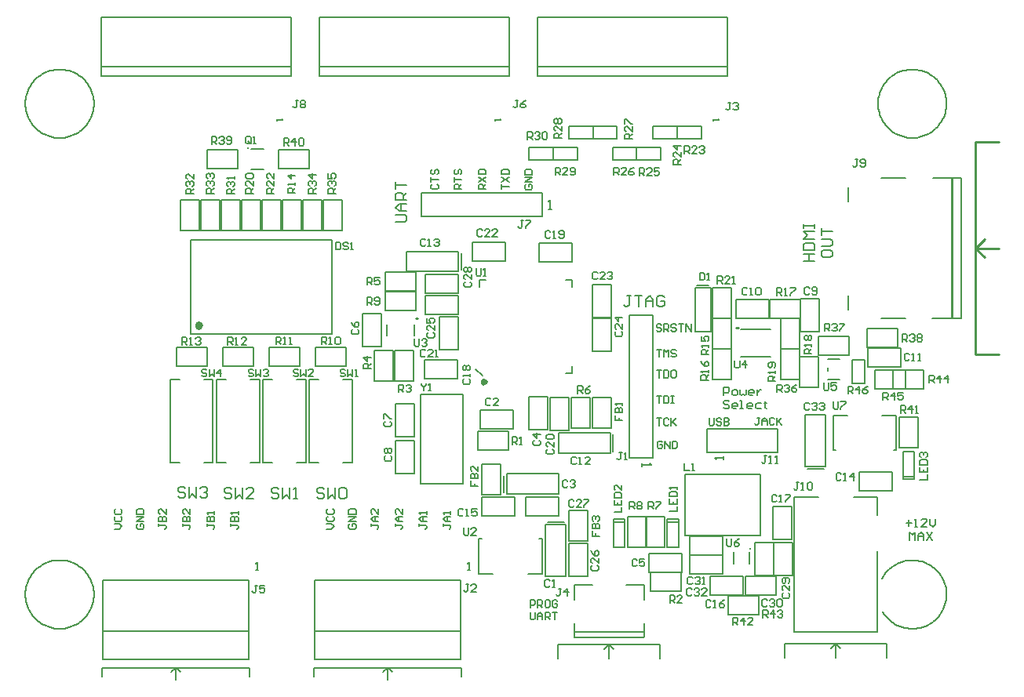
<source format=gto>
G04*
G04 #@! TF.GenerationSoftware,Altium Limited,Altium Designer,25.2.1 (25)*
G04*
G04 Layer_Color=65535*
%FSLAX25Y25*%
%MOIN*%
G70*
G04*
G04 #@! TF.SameCoordinates,382838D2-828E-4769-9F82-A9EE904C746A*
G04*
G04*
G04 #@! TF.FilePolarity,Positive*
G04*
G01*
G75*
%ADD10C,0.01000*%
%ADD11C,0.01000*%
%ADD12C,0.01968*%
%ADD13C,0.00787*%
%ADD14C,0.00591*%
%ADD15C,0.00602*%
D10*
X309154Y35197D02*
D03*
X95669Y205472D02*
D03*
D11*
X167618Y133228D02*
X167028D01*
X167618D01*
X304035Y129291D02*
X303248D01*
X304035D01*
X394691Y133465D02*
X394874Y192519D01*
X404921Y162992D02*
Y208268D01*
Y117717D02*
Y162992D01*
X414764D01*
X404921D02*
X408858Y159055D01*
X404921Y162992D02*
X408858Y166929D01*
X404921Y208268D02*
X414764D01*
X404921Y117717D02*
X414764D01*
D12*
X196620Y106063D02*
X195785Y106545D01*
Y105581D01*
X196620Y106063D01*
X75787Y130039D02*
X75243Y130788D01*
X74363Y130502D01*
Y129577D01*
X75243Y129290D01*
X75787Y130039D01*
D13*
X365305Y8521D02*
X365829Y7673D01*
X366410Y6863D01*
X367044Y6094D01*
X367730Y5370D01*
X368464Y4696D01*
X369242Y4073D01*
X370061Y3504D01*
X370917Y2993D01*
X371805Y2542D01*
X372723Y2152D01*
X373665Y1826D01*
X374627Y1566D01*
X375605Y1372D01*
X376593Y1245D01*
X377589Y1186D01*
X378585Y1195D01*
X379579Y1272D01*
X380565Y1417D01*
X381539Y1630D01*
X382496Y1908D01*
X383432Y2251D01*
X384343Y2657D01*
X385223Y3125D01*
X386069Y3652D01*
X386877Y4235D01*
X387644Y4872D01*
X388365Y5561D01*
X389037Y6296D01*
X389658Y7077D01*
X390223Y7897D01*
X390731Y8755D01*
X391180Y9645D01*
X391566Y10564D01*
X391889Y11507D01*
X392146Y12470D01*
X392337Y13449D01*
X392461Y14438D01*
X392516Y15433D01*
X392504Y16430D01*
X392423Y17423D01*
X392275Y18409D01*
X392059Y19382D01*
X391777Y20338D01*
X391431Y21273D01*
X391022Y22182D01*
X390551Y23061D01*
X390022Y23905D01*
X389435Y24712D01*
X388796Y25476D01*
X388105Y26195D01*
X387367Y26864D01*
X386584Y27482D01*
X385762Y28045D01*
X384902Y28550D01*
X384011Y28996D01*
X383090Y29379D01*
X382146Y29698D01*
X381182Y29952D01*
X380203Y30140D01*
X379214Y30260D01*
X378218Y30312D01*
X377222Y30297D01*
X376228Y30213D01*
X375243Y30061D01*
X374271Y29842D01*
X373316Y29557D01*
X372382Y29208D01*
X371475Y28795D01*
X370597Y28322D01*
X369755Y27789D01*
X368951Y27200D01*
X368188Y26558D01*
X367472Y25865D01*
X366805Y25124D01*
X366190Y24340D01*
X365629Y23515D01*
X365127Y22654D01*
X30315Y15748D02*
X30281Y16742D01*
X30179Y17732D01*
X30010Y18712D01*
X29775Y19678D01*
X29474Y20626D01*
X29109Y21552D01*
X28682Y22450D01*
X28194Y23317D01*
X27649Y24148D01*
X27048Y24941D01*
X26394Y25691D01*
X25691Y26394D01*
X24941Y27048D01*
X24148Y27649D01*
X23317Y28194D01*
X22450Y28682D01*
X21552Y29109D01*
X20626Y29474D01*
X19678Y29775D01*
X18712Y30010D01*
X17732Y30179D01*
X16742Y30281D01*
X15748Y30315D01*
X14754Y30281D01*
X13765Y30179D01*
X12784Y30010D01*
X11818Y29775D01*
X10870Y29474D01*
X9945Y29109D01*
X9046Y28682D01*
X8179Y28194D01*
X7348Y27649D01*
X6555Y27048D01*
X5805Y26394D01*
X5102Y25691D01*
X4448Y24941D01*
X3847Y24148D01*
X3302Y23317D01*
X2814Y22450D01*
X2387Y21552D01*
X2022Y20626D01*
X1721Y19678D01*
X1486Y18712D01*
X1317Y17732D01*
X1215Y16742D01*
X1181Y15748D01*
X1215Y14754D01*
X1317Y13765D01*
X1486Y12784D01*
X1721Y11818D01*
X2022Y10870D01*
X2387Y9945D01*
X2814Y9046D01*
X3302Y8179D01*
X3847Y7348D01*
X4448Y6555D01*
X5102Y5805D01*
X5805Y5102D01*
X6555Y4448D01*
X7348Y3847D01*
X8179Y3302D01*
X9046Y2814D01*
X9945Y2387D01*
X10870Y2022D01*
X11818Y1721D01*
X12784Y1486D01*
X13765Y1317D01*
X14754Y1215D01*
X15748Y1181D01*
X16742Y1215D01*
X17731Y1317D01*
X18712Y1486D01*
X19678Y1721D01*
X20626Y2022D01*
X21552Y2387D01*
X22450Y2814D01*
X23317Y3302D01*
X24148Y3847D01*
X24941Y4448D01*
X25691Y5102D01*
X26394Y5805D01*
X27048Y6555D01*
X27649Y7348D01*
X28194Y8179D01*
X28682Y9046D01*
X29109Y9945D01*
X29474Y10870D01*
X29775Y11818D01*
X30010Y12784D01*
X30179Y13765D01*
X30281Y14754D01*
X30315Y15748D01*
Y224410D02*
X30281Y225403D01*
X30179Y226393D01*
X30010Y227373D01*
X29775Y228340D01*
X29474Y229288D01*
X29109Y230213D01*
X28682Y231111D01*
X28194Y231978D01*
X27649Y232810D01*
X27048Y233602D01*
X26394Y234352D01*
X25691Y235055D01*
X24941Y235709D01*
X24148Y236310D01*
X23317Y236856D01*
X22450Y237343D01*
X21552Y237770D01*
X20626Y238135D01*
X19678Y238436D01*
X18712Y238672D01*
X17732Y238841D01*
X16742Y238942D01*
X15748Y238976D01*
X14754Y238942D01*
X13765Y238841D01*
X12784Y238672D01*
X11818Y238436D01*
X10870Y238135D01*
X9945Y237770D01*
X9046Y237343D01*
X8179Y236856D01*
X7348Y236310D01*
X6555Y235709D01*
X5805Y235055D01*
X5102Y234352D01*
X4448Y233602D01*
X3847Y232810D01*
X3302Y231978D01*
X2814Y231111D01*
X2387Y230213D01*
X2022Y229288D01*
X1721Y228340D01*
X1486Y227373D01*
X1317Y226393D01*
X1215Y225403D01*
X1181Y224410D01*
X1215Y223415D01*
X1317Y222426D01*
X1486Y221446D01*
X1721Y220479D01*
X2022Y219531D01*
X2387Y218606D01*
X2814Y217708D01*
X3302Y216841D01*
X3847Y216009D01*
X4448Y215216D01*
X5102Y214467D01*
X5805Y213763D01*
X6555Y213110D01*
X7348Y212509D01*
X8179Y211963D01*
X9046Y211476D01*
X9945Y211049D01*
X10870Y210684D01*
X11818Y210383D01*
X12784Y210147D01*
X13765Y209978D01*
X14754Y209876D01*
X15748Y209842D01*
X16742Y209876D01*
X17731Y209978D01*
X18712Y210147D01*
X19678Y210383D01*
X20626Y210684D01*
X21552Y211049D01*
X22450Y211476D01*
X23317Y211963D01*
X24148Y212509D01*
X24941Y213110D01*
X25691Y213763D01*
X26394Y214467D01*
X27048Y215216D01*
X27649Y216009D01*
X28194Y216841D01*
X28682Y217708D01*
X29109Y218606D01*
X29474Y219531D01*
X29775Y220479D01*
X30010Y221446D01*
X30179Y222426D01*
X30281Y223415D01*
X30315Y224410D01*
X392520D02*
X392486Y225403D01*
X392384Y226393D01*
X392215Y227373D01*
X391980Y228340D01*
X391679Y229288D01*
X391314Y230213D01*
X390886Y231111D01*
X390399Y231978D01*
X389854Y232810D01*
X389252Y233602D01*
X388599Y234352D01*
X387895Y235055D01*
X387146Y235709D01*
X386353Y236310D01*
X385522Y236856D01*
X384654Y237343D01*
X383756Y237770D01*
X382831Y238135D01*
X381883Y238436D01*
X380917Y238672D01*
X379936Y238841D01*
X378947Y238942D01*
X377953Y238976D01*
X376959Y238942D01*
X375969Y238841D01*
X374989Y238672D01*
X374023Y238436D01*
X373075Y238135D01*
X372149Y237770D01*
X371251Y237343D01*
X370384Y236856D01*
X369552Y236310D01*
X368760Y235709D01*
X368010Y235055D01*
X367307Y234352D01*
X366653Y233602D01*
X366052Y232810D01*
X365507Y231978D01*
X365019Y231111D01*
X364592Y230213D01*
X364227Y229288D01*
X363926Y228340D01*
X363690Y227373D01*
X363522Y226393D01*
X363420Y225403D01*
X363386Y224410D01*
X363420Y223415D01*
X363522Y222426D01*
X363690Y221446D01*
X363926Y220479D01*
X364227Y219531D01*
X364592Y218606D01*
X365019Y217708D01*
X365507Y216841D01*
X366052Y216009D01*
X366653Y215216D01*
X367307Y214467D01*
X368010Y213763D01*
X368760Y213110D01*
X369552Y212509D01*
X370384Y211963D01*
X371251Y211476D01*
X372149Y211049D01*
X373075Y210684D01*
X374023Y210383D01*
X374989Y210147D01*
X375969Y209978D01*
X376959Y209876D01*
X377953Y209842D01*
X378947Y209876D01*
X379936Y209978D01*
X380917Y210147D01*
X381883Y210383D01*
X382831Y210684D01*
X383756Y211049D01*
X384654Y211476D01*
X385522Y211963D01*
X386353Y212509D01*
X387146Y213110D01*
X387895Y213763D01*
X388599Y214467D01*
X389252Y215216D01*
X389854Y216009D01*
X390399Y216841D01*
X390886Y217708D01*
X391314Y218606D01*
X391679Y219531D01*
X391980Y220479D01*
X392215Y221446D01*
X392384Y222426D01*
X392486Y223415D01*
X392520Y224410D01*
X62795Y107244D02*
X66732D01*
X62795Y71811D02*
Y107244D01*
Y71811D02*
X66732D01*
X76968D02*
X80905D01*
Y107244D01*
X76968D02*
X80905D01*
X225394Y200394D02*
Y205906D01*
X215158Y200394D02*
X225394D01*
X215158D02*
Y205906D01*
X225394D01*
X225394Y200394D02*
Y205906D01*
X235630D01*
Y200394D02*
Y205906D01*
X225394Y200394D02*
X235630D01*
X242323Y209449D02*
Y214961D01*
X232087Y209449D02*
X242323D01*
X232087D02*
Y214961D01*
X242323D01*
X242323Y209449D02*
Y214961D01*
X252559D01*
Y209449D02*
Y214961D01*
X242323Y209449D02*
X252559D01*
X260827Y200394D02*
Y205906D01*
X250590Y200394D02*
X260827D01*
X250590D02*
Y205906D01*
X260827D01*
X260827Y200394D02*
Y205906D01*
X271063D01*
Y200394D02*
Y205906D01*
X260827Y200394D02*
X271063D01*
X278150Y209449D02*
Y214961D01*
X267913Y209449D02*
X278150D01*
X267913D02*
Y214961D01*
X278150D01*
X278150Y209449D02*
Y214961D01*
X288386D01*
Y209449D02*
Y214961D01*
X278150Y209449D02*
X288386D01*
X345472Y-5118D02*
X347441Y-7087D01*
X343504D02*
X345472Y-5118D01*
X367126Y-11024D02*
Y-5118D01*
X323819Y-11024D02*
Y-5118D01*
X345472Y-11024D02*
Y-5118D01*
X323819D02*
X367126D01*
X327756Y0D02*
X363189D01*
Y34252D01*
X327756Y0D02*
Y56299D01*
Y57087D01*
X337992D01*
X352953D02*
X363189D01*
Y49606D02*
Y57087D01*
X126182Y240118D02*
X206890D01*
X126181Y261181D02*
X206890D01*
X126181Y236181D02*
Y261181D01*
Y236181D02*
X206890D01*
Y261181D01*
X114173Y236181D02*
Y261181D01*
X33465Y236181D02*
X114173D01*
X33465D02*
Y261181D01*
X114173D01*
X33465Y240118D02*
X114173D01*
X218799D02*
X299508D01*
X218799Y261181D02*
X299508D01*
X218799Y236181D02*
Y261181D01*
Y236181D02*
X299508D01*
Y261181D01*
X144524Y121209D02*
Y135209D01*
X152524Y121209D02*
Y135209D01*
X144524Y121209D02*
X152524D01*
X144524Y135209D02*
X152524D01*
X281299Y40709D02*
X313583D01*
Y66693D01*
X281299D02*
X313583D01*
X281299Y40709D02*
Y66693D01*
X169095Y62992D02*
X187205D01*
Y100787D01*
X169095D02*
X187205D01*
X169095Y62992D02*
Y100787D01*
X369980Y77028D02*
X371161D01*
X344390D02*
X345571D01*
X365256Y91988D02*
X371161D01*
Y77028D02*
Y91988D01*
X344390D02*
X350295D01*
X344390Y77028D02*
Y91988D01*
X301969Y28701D02*
Y33819D01*
X308661Y28701D02*
Y33819D01*
X341929Y107047D02*
X347244D01*
X341929Y115905D02*
X347244D01*
X341929Y110689D02*
Y112264D01*
X166535Y125748D02*
Y130472D01*
X154724Y125748D02*
Y130472D01*
X193898Y39626D02*
X195079D01*
X219488D02*
X220669D01*
X193898Y24665D02*
X199803D01*
X193898D02*
Y39626D01*
X214764Y24665D02*
X220669D01*
Y39626D01*
X192520Y111575D02*
X195276Y108819D01*
X194095Y146614D02*
Y149370D01*
X196850D01*
X230709D02*
X233465D01*
Y146614D02*
Y149370D01*
Y110000D02*
Y112756D01*
X230709Y110000D02*
X233465D01*
X352362Y115650D02*
X357677D01*
X352362Y105610D02*
X357677D01*
X352362D02*
Y115650D01*
X357677Y105610D02*
Y115650D01*
X375201Y103244D02*
Y111244D01*
X362201Y103244D02*
X375201D01*
X362201D02*
Y111244D01*
X375201D01*
X382681Y103244D02*
Y111244D01*
X369681Y103244D02*
X382681D01*
X369681D02*
Y111244D01*
X382681D01*
X320083Y15449D02*
Y23449D01*
X307083Y15449D02*
X320083D01*
X307083D02*
Y23449D01*
X320083D01*
X312799Y7181D02*
Y15181D01*
X299799Y7181D02*
X312799D01*
X299799D02*
Y15181D01*
X312799D01*
X372476Y78106D02*
X380476D01*
X372476D02*
Y91106D01*
X380476D01*
Y78106D02*
Y91106D01*
X108658Y196945D02*
Y204945D01*
X121658D01*
Y196945D02*
Y204945D01*
X108658Y196945D02*
X121658D01*
X91343D02*
Y204945D01*
X78342Y196945D02*
X91343D01*
X78342D02*
Y204945D01*
X91343D01*
X358854Y120961D02*
Y128961D01*
X371854D01*
Y120961D02*
Y128961D01*
X358854Y120961D02*
X371854D01*
X338185Y117654D02*
Y125654D01*
X351185D01*
Y117654D02*
Y125654D01*
X338185Y117654D02*
X351185D01*
X330252Y116697D02*
X338252D01*
Y103697D02*
Y116697D01*
X330252Y103697D02*
X338252D01*
X330252D02*
Y116697D01*
X127693Y183429D02*
X135693D01*
Y170429D02*
Y183429D01*
X127693Y170429D02*
X135693D01*
X127693D02*
Y183429D01*
X119032D02*
X127032D01*
Y170429D02*
Y183429D01*
X119032Y170429D02*
X127032D01*
X119032D02*
Y183429D01*
X75724D02*
X83724D01*
Y170429D02*
Y183429D01*
X75724Y170429D02*
X83724D01*
X75724D02*
Y183429D01*
X67063D02*
X75063D01*
Y170429D02*
Y183429D01*
X67063Y170429D02*
X75063D01*
X67063D02*
Y183429D01*
X84386D02*
X92386D01*
Y170429D02*
Y183429D01*
X84386Y170429D02*
X92386D01*
X84386D02*
Y183429D01*
X101709D02*
X109709D01*
Y170429D02*
Y183429D01*
X101709Y170429D02*
X109709D01*
X101709D02*
Y183429D01*
X293047Y146028D02*
X301047D01*
Y133028D02*
Y146028D01*
X293047Y133028D02*
X301047D01*
X293047D02*
Y146028D01*
X93047Y183429D02*
X101047D01*
Y170429D02*
Y183429D01*
X93047Y170429D02*
X101047D01*
X93047D02*
Y183429D01*
X322083Y120043D02*
X330083D01*
Y107043D02*
Y120043D01*
X322083Y107043D02*
X330083D01*
X322083D02*
Y120043D01*
Y120035D02*
X330083D01*
X322083D02*
Y133035D01*
X330083D01*
Y120035D02*
Y133035D01*
X317319Y133165D02*
Y141165D01*
X330319D01*
Y133165D02*
Y141165D01*
X317319Y133165D02*
X330319D01*
X292949Y120043D02*
X300949D01*
Y107043D02*
Y120043D01*
X292949Y107043D02*
X300949D01*
X292949D02*
Y120043D01*
Y120035D02*
X300949D01*
X292949D02*
Y133035D01*
X300949D01*
Y120035D02*
Y133035D01*
X110370Y183429D02*
X118370D01*
Y170429D02*
Y183429D01*
X110370Y170429D02*
X118370D01*
X110370D02*
Y183429D01*
X78350Y112693D02*
Y120693D01*
X65350Y112693D02*
X78350D01*
X65350D02*
Y120693D01*
X78350D01*
X98035Y112693D02*
Y120693D01*
X85035Y112693D02*
X98035D01*
X85035D02*
Y120693D01*
X98035D01*
X117720Y112693D02*
Y120693D01*
X104720Y112693D02*
X117720D01*
X104720D02*
Y120693D01*
X117720D01*
X137406Y112693D02*
Y120693D01*
X124406Y112693D02*
X137406D01*
X124406D02*
Y120693D01*
X137406D01*
X167130Y136551D02*
Y144551D01*
X154130Y136551D02*
X167130D01*
X154130D02*
Y144551D01*
X167130D01*
X256961Y35783D02*
X264961D01*
X256961D02*
Y48783D01*
X264961D01*
Y35783D02*
Y48783D01*
X264835Y35783D02*
X272835D01*
X264835D02*
Y48783D01*
X272835D01*
Y35783D02*
Y48783D01*
X233106Y86669D02*
X241106D01*
X233106D02*
Y99669D01*
X241106D01*
Y86669D02*
Y99669D01*
X154130Y144819D02*
Y152819D01*
X167130D01*
Y144819D02*
Y152819D01*
X154130Y144819D02*
X167130D01*
X149445Y119650D02*
X157445D01*
Y106650D02*
Y119650D01*
X149445Y106650D02*
X157445D01*
X149445D02*
Y119650D01*
X158205D02*
X166205D01*
Y106650D02*
Y119650D01*
X158205Y106650D02*
X166205D01*
X158205D02*
Y119650D01*
X279728Y17024D02*
Y25024D01*
X266728Y17024D02*
X279728D01*
X266728D02*
Y25024D01*
X279728D01*
X193461Y77201D02*
Y85201D01*
X206461D01*
Y77201D02*
Y85201D01*
X193461Y77201D02*
X206461D01*
X97047Y205276D02*
X102559D01*
X97047Y196614D02*
X102559D01*
X374076Y64720D02*
Y65820D01*
Y64720D02*
X378876D01*
X374076Y65820D02*
X378876D01*
X374076Y65720D02*
Y76621D01*
X378876D01*
Y65720D02*
Y76621D01*
Y64720D02*
Y65820D01*
X255880Y46601D02*
Y47701D01*
X251080D02*
X255880D01*
X251080Y46601D02*
X255880D01*
Y35801D02*
Y46701D01*
X251080Y35801D02*
X255880D01*
X251080D02*
Y46701D01*
Y46601D02*
Y47701D01*
X278715Y46601D02*
Y47701D01*
X273915D02*
X278715D01*
X273915Y46601D02*
X278715D01*
Y35801D02*
Y46701D01*
X273915Y35801D02*
X278715D01*
X273915D02*
Y46701D01*
Y46601D02*
Y47701D01*
X290709Y76260D02*
Y86260D01*
X320709D01*
Y76260D02*
Y86260D01*
X290709Y76260D02*
X320709D01*
X364764Y192913D02*
X375000D01*
X386811Y192913D02*
X398858D01*
Y133071D02*
Y192913D01*
X398858Y133071D01*
X386417D02*
X398858D01*
X364764Y133071D02*
X375000D01*
X350591Y137008D02*
Y142913D01*
Y182677D02*
Y188976D01*
X169449Y186496D02*
X220921D01*
X169449Y176496D02*
Y186496D01*
Y176496D02*
X220921D01*
Y186496D01*
X34142Y221D02*
X96150D01*
X34142Y-11689D02*
Y21776D01*
Y-11689D02*
X96150D01*
Y21776D01*
X34142D02*
X96150D01*
X33847Y-19307D02*
Y-15370D01*
X96445D01*
Y-19307D02*
Y-15370D01*
X65146Y-20370D02*
Y-15370D01*
Y-15646D02*
Y-15370D01*
X65028D02*
X65146D01*
X63177Y-17221D02*
X65028Y-15370D01*
X65264D01*
X67114Y-17221D01*
X234449Y-2362D02*
Y3445D01*
Y-2362D02*
X263779D01*
X263878Y-2264D02*
X263976D01*
X263779Y-2362D02*
X263878Y-2264D01*
X263976D02*
Y3543D01*
X234449Y0D02*
X263976D01*
X256299Y19685D02*
X263976D01*
Y13386D02*
Y19685D01*
X234449Y13386D02*
Y19685D01*
X242126D01*
X227559Y-5610D02*
X270866D01*
Y-11516D02*
Y-5610D01*
X227559Y-11516D02*
Y-5610D01*
X249213Y-11516D02*
Y-5610D01*
X251181Y-7579D01*
X247244D02*
X249213Y-5610D01*
X124142Y221D02*
X186150D01*
X124142Y-11689D02*
Y21776D01*
Y-11689D02*
X186150D01*
Y21776D01*
X124142D02*
X186150D01*
X123846Y-19307D02*
Y-15370D01*
X186445D01*
Y-19307D02*
Y-15370D01*
X155146Y-20370D02*
Y-15370D01*
Y-15646D02*
Y-15370D01*
X155028D02*
X155146D01*
X153177Y-17221D02*
X155028Y-15370D01*
X155264D01*
X157114Y-17221D01*
X267795Y73681D02*
Y134606D01*
X257795D02*
X267795D01*
X257795Y73681D02*
Y134606D01*
Y73681D02*
X267795D01*
X232024Y38539D02*
X240024D01*
X232024D02*
Y51539D01*
X240024D01*
Y38539D02*
Y51539D01*
X195016Y58224D02*
X203016D01*
X195016D02*
Y71224D01*
X203016D01*
Y58224D02*
Y71224D01*
X242161Y99669D02*
X250161D01*
Y86669D02*
Y99669D01*
X242161Y86669D02*
X250161D01*
X242161D02*
Y99669D01*
X71457Y126496D02*
Y166654D01*
X131299D01*
Y126496D02*
Y166654D01*
X71457Y126496D02*
X131299D01*
X286516Y147303D02*
X291437D01*
X292323Y127618D02*
Y146122D01*
X285630Y127618D02*
X292323D01*
X285630D02*
Y146122D01*
X292323D01*
X332480Y70236D02*
X341142D01*
X332480D02*
Y92283D01*
X341142D01*
Y70236D02*
Y92283D01*
X333268Y69055D02*
X340354D01*
X297354Y24504D02*
Y32504D01*
X283354Y24504D02*
Y32504D01*
Y24504D02*
X297354D01*
X283354Y32504D02*
X297354D01*
Y32378D02*
Y40378D01*
X283354Y32378D02*
Y40378D01*
Y32378D02*
X297354D01*
X283354Y40378D02*
X297354D01*
X311157Y23866D02*
X319158D01*
X311157Y37866D02*
X319158D01*
X311157Y23866D02*
Y37866D01*
X319158Y23866D02*
Y37866D01*
X319032Y23866D02*
X327031D01*
X319032Y37866D02*
X327031D01*
X319032Y23866D02*
Y37866D01*
X327031Y23866D02*
Y37866D01*
X171051Y143795D02*
Y151795D01*
X185051Y143795D02*
Y151795D01*
X171051D02*
X185051D01*
X171051Y143795D02*
X185051D01*
X227669Y49307D02*
Y57307D01*
X213669Y49307D02*
Y57307D01*
Y49307D02*
X227669D01*
X213669Y57307D02*
X227669D01*
X232024Y23472D02*
X240024D01*
X232024Y37472D02*
X240024D01*
X232024Y23472D02*
Y37472D01*
X240024Y23472D02*
Y37472D01*
X171051Y134740D02*
Y142740D01*
X185051Y134740D02*
Y142740D01*
X171051D02*
X185051D01*
X171051Y134740D02*
X185051D01*
X242161Y133240D02*
X250161D01*
X242161Y119240D02*
X250161D01*
Y133240D01*
X242161Y119240D02*
Y133240D01*
Y133413D02*
X250161D01*
X242161Y147413D02*
X250161D01*
X242161Y133413D02*
Y147413D01*
X250161Y133413D02*
Y147413D01*
X191130Y157673D02*
Y165673D01*
X205130Y157673D02*
Y165673D01*
X191130D02*
X205130D01*
X191130Y157673D02*
X205130D01*
X177201Y119831D02*
X185201D01*
X177201Y133831D02*
X185201D01*
X177201Y119831D02*
Y133831D01*
X185201Y119831D02*
Y133831D01*
X224051Y85579D02*
X232051D01*
X224051Y99579D02*
X232051D01*
X224051Y85579D02*
Y99579D01*
X232051Y85579D02*
Y99579D01*
X233476Y157280D02*
Y165279D01*
X219476Y157280D02*
Y165279D01*
Y157280D02*
X233476D01*
X219476Y165279D02*
X233476D01*
X170658Y107673D02*
Y115673D01*
X184658Y107673D02*
Y115673D01*
X170658D02*
X184658D01*
X170658Y107673D02*
X184658D01*
X318638Y53220D02*
X326638D01*
X318638Y39220D02*
X326638D01*
Y53220D01*
X318638Y39220D02*
Y53220D01*
X292016Y15449D02*
Y23449D01*
X306016Y15449D02*
Y23449D01*
X292016D02*
X306016D01*
X292016Y15449D02*
X306016D01*
X208968Y49307D02*
Y57307D01*
X194968Y49307D02*
Y57307D01*
Y49307D02*
X208968D01*
X194968Y57307D02*
X208968D01*
X355402Y59937D02*
Y67937D01*
X369402Y59937D02*
Y67937D01*
X355402D02*
X369402D01*
X355402Y59937D02*
X369402D01*
X185138Y153012D02*
Y161673D01*
X163091Y153012D02*
X185138D01*
X163091D02*
Y161673D01*
X185138D01*
X186319Y153799D02*
Y160886D01*
X249665Y75846D02*
Y84508D01*
X227618Y75846D02*
X249665D01*
X227618D02*
Y84508D01*
X249665D01*
X250847Y76634D02*
Y83720D01*
X359142Y112378D02*
Y120378D01*
X373142Y112378D02*
Y120378D01*
X359142D02*
X373142D01*
X359142Y112378D02*
X373142D01*
X303039Y133165D02*
Y141165D01*
X317039Y133165D02*
Y141165D01*
X303039D02*
X317039D01*
X303039Y133165D02*
X317039D01*
X330449Y127409D02*
X338449D01*
X330449Y141409D02*
X338449D01*
X330449Y127409D02*
Y141409D01*
X338449Y127409D02*
Y141409D01*
X158402Y67016D02*
X166402D01*
X158402Y81016D02*
X166402D01*
X158402Y67016D02*
Y81016D01*
X166402Y67016D02*
Y81016D01*
X158402Y96764D02*
X166402D01*
X158402Y82764D02*
X166402D01*
Y96764D01*
X158402Y82764D02*
Y96764D01*
X280228Y25291D02*
Y33291D01*
X266228Y25291D02*
Y33291D01*
Y25291D02*
X280228D01*
X266228Y33291D02*
X280228D01*
X214996Y85776D02*
X222996D01*
X214996Y99776D02*
X222996D01*
X214996Y85776D02*
Y99776D01*
X222996Y85776D02*
Y99776D01*
X205709Y58425D02*
Y67087D01*
X227756D01*
Y58425D02*
Y67087D01*
X205709Y58425D02*
X227756D01*
X204528Y59213D02*
Y66299D01*
X208378Y86158D02*
Y94157D01*
X194378Y86158D02*
Y94157D01*
Y86158D02*
X208378D01*
X194378Y94157D02*
X208378D01*
X222244Y45433D02*
X230906D01*
Y23386D02*
Y45433D01*
X222244Y23386D02*
X230906D01*
X222244D02*
Y45433D01*
X223031Y46614D02*
X230118D01*
X305217Y116693D02*
X317815D01*
X305217Y128504D02*
X317815D01*
X121850Y107244D02*
X125787D01*
X121850Y71811D02*
Y107244D01*
Y71811D02*
X125787D01*
X136024D02*
X139961D01*
Y107244D01*
X136024D02*
X139961D01*
X116339D02*
X120276D01*
Y71811D02*
Y107244D01*
X116339Y71811D02*
X120276D01*
X102165D02*
X106102D01*
X102165D02*
Y107244D01*
X106102D01*
X96653D02*
X100591D01*
Y71811D02*
Y107244D01*
X96653Y71811D02*
X100591D01*
X82480D02*
X86417D01*
X82480D02*
Y107244D01*
X86417D01*
X128149Y60392D02*
X127361Y61180D01*
X125787D01*
X125000Y60392D01*
Y59605D01*
X125787Y58818D01*
X127361D01*
X128149Y58031D01*
Y57244D01*
X127361Y56457D01*
X125787D01*
X125000Y57244D01*
X129723Y61180D02*
Y56457D01*
X131297Y58031D01*
X132871Y56457D01*
Y61180D01*
X134446Y60392D02*
X135233Y61180D01*
X136807D01*
X137594Y60392D01*
Y57244D01*
X136807Y56457D01*
X135233D01*
X134446Y57244D01*
Y60392D01*
X69094Y60786D02*
X68306Y61573D01*
X66732D01*
X65945Y60786D01*
Y59999D01*
X66732Y59212D01*
X68306D01*
X69094Y58425D01*
Y57638D01*
X68306Y56850D01*
X66732D01*
X65945Y57638D01*
X70668Y61573D02*
Y56850D01*
X72242Y58425D01*
X73816Y56850D01*
Y61573D01*
X75391Y60786D02*
X76178Y61573D01*
X77752D01*
X78539Y60786D01*
Y59999D01*
X77752Y59212D01*
X76965D01*
X77752D01*
X78539Y58425D01*
Y57638D01*
X77752Y56850D01*
X76178D01*
X75391Y57638D01*
X258464Y142912D02*
X256889D01*
X257676D01*
Y138976D01*
X256889Y138189D01*
X256102D01*
X255315Y138976D01*
X260038Y142912D02*
X263186D01*
X261612D01*
Y138189D01*
X264761D02*
Y141338D01*
X266335Y142912D01*
X267909Y141338D01*
Y138189D01*
Y140550D01*
X264761D01*
X272632Y142125D02*
X271845Y142912D01*
X270271D01*
X269484Y142125D01*
Y138976D01*
X270271Y138189D01*
X271845D01*
X272632Y138976D01*
Y140550D01*
X271058D01*
X108857Y60392D02*
X108070Y61180D01*
X106496D01*
X105709Y60392D01*
Y59605D01*
X106496Y58818D01*
X108070D01*
X108857Y58031D01*
Y57244D01*
X108070Y56457D01*
X106496D01*
X105709Y57244D01*
X110432Y61180D02*
Y56457D01*
X112006Y58031D01*
X113580Y56457D01*
Y61180D01*
X115154Y56457D02*
X116729D01*
X115942D01*
Y61180D01*
X115154Y60392D01*
X88779D02*
X87991Y61180D01*
X86417D01*
X85630Y60392D01*
Y59605D01*
X86417Y58818D01*
X87991D01*
X88779Y58031D01*
Y57244D01*
X87991Y56457D01*
X86417D01*
X85630Y57244D01*
X90353Y61180D02*
Y56457D01*
X91927Y58031D01*
X93501Y56457D01*
Y61180D01*
X98224Y56457D02*
X95076D01*
X98224Y59605D01*
Y60392D01*
X97437Y61180D01*
X95863D01*
X95076Y60392D01*
X331716Y157444D02*
X336439D01*
X334077D01*
Y160592D01*
X331716D01*
X336439D01*
X331716Y162167D02*
X336439D01*
Y164528D01*
X335651Y165315D01*
X332503D01*
X331716Y164528D01*
Y162167D01*
X336439Y166890D02*
X331716D01*
X333290Y168464D01*
X331716Y170038D01*
X336439D01*
X331716Y171612D02*
Y173187D01*
Y172399D01*
X336439D01*
Y171612D01*
Y173187D01*
X339273Y161380D02*
Y159805D01*
X340060Y159018D01*
X343209D01*
X343996Y159805D01*
Y161380D01*
X343209Y162167D01*
X340060D01*
X339273Y161380D01*
Y163741D02*
X343209D01*
X343996Y164528D01*
Y166102D01*
X343209Y166890D01*
X339273D01*
Y168464D02*
Y171612D01*
Y170038D01*
X343996D01*
X158466Y174016D02*
X162402D01*
X163189Y174803D01*
Y176377D01*
X162402Y177165D01*
X158466D01*
X163189Y178739D02*
X160040D01*
X158466Y180313D01*
X160040Y181887D01*
X163189D01*
X160827D01*
Y178739D01*
X163189Y183462D02*
X158466D01*
Y185823D01*
X159253Y186610D01*
X160827D01*
X161615Y185823D01*
Y183462D01*
Y185036D02*
X163189Y186610D01*
X158466Y188185D02*
Y191333D01*
Y189759D01*
X163189D01*
X200690Y217874D02*
Y217087D01*
Y217480D01*
X203051D01*
X202657Y217874D01*
X107973D02*
Y217087D01*
Y217480D01*
X110334D01*
X109940Y217874D01*
X293307D02*
Y217087D01*
Y217480D01*
X295668D01*
X295275Y217874D01*
X297921Y73047D02*
Y74359D01*
Y73703D01*
X293986D01*
X294641Y73047D01*
X223425Y179528D02*
X224737D01*
X224081D01*
Y183463D01*
X223425Y182807D01*
X99201Y26205D02*
X100250D01*
X99726D01*
Y29353D01*
X99201Y28829D01*
X189201Y26205D02*
X190250D01*
X189726D01*
Y29353D01*
X189201Y28829D01*
X263189Y71653D02*
Y70342D01*
Y70998D01*
X267125D01*
X266469Y71653D01*
D14*
X291634Y90806D02*
Y88182D01*
X292159Y87657D01*
X293208D01*
X293733Y88182D01*
Y90806D01*
X296882Y90281D02*
X296357Y90806D01*
X295307D01*
X294782Y90281D01*
Y89757D01*
X295307Y89232D01*
X296357D01*
X296882Y88707D01*
Y88182D01*
X296357Y87657D01*
X295307D01*
X294782Y88182D01*
X297931Y90806D02*
Y87657D01*
X299505D01*
X300030Y88182D01*
Y88707D01*
X299505Y89232D01*
X297931D01*
X299505D01*
X300030Y89757D01*
Y90281D01*
X299505Y90806D01*
X297931D01*
X196752Y188051D02*
X193603D01*
Y189626D01*
X194128Y190150D01*
X195178D01*
X195702Y189626D01*
Y188051D01*
Y189101D02*
X196752Y190150D01*
X193603Y191200D02*
X196752Y193299D01*
X193603D02*
X196752Y191200D01*
X193603Y194348D02*
X196752D01*
Y195923D01*
X196227Y196447D01*
X194128D01*
X193603Y195923D01*
Y194348D01*
X269291Y119881D02*
X271390D01*
X270341D01*
Y116732D01*
X272440D02*
Y119881D01*
X273489Y118831D01*
X274539Y119881D01*
Y116732D01*
X277688Y119356D02*
X277163Y119881D01*
X276113D01*
X275588Y119356D01*
Y118831D01*
X276113Y118307D01*
X277163D01*
X277688Y117782D01*
Y117257D01*
X277163Y116732D01*
X276113D01*
X275588Y117257D01*
X313123Y91003D02*
X312073D01*
X312598D01*
Y88379D01*
X312073Y87854D01*
X311548D01*
X311024Y88379D01*
X314172Y87854D02*
Y89953D01*
X315222Y91003D01*
X316271Y89953D01*
Y87854D01*
Y89429D01*
X314172D01*
X319420Y90478D02*
X318895Y91003D01*
X317846D01*
X317321Y90478D01*
Y88379D01*
X317846Y87854D01*
X318895D01*
X319420Y88379D01*
X320469Y91003D02*
Y87854D01*
Y88904D01*
X322568Y91003D01*
X320994Y89429D01*
X322568Y87854D01*
X271796Y80473D02*
X271271Y80998D01*
X270222D01*
X269697Y80473D01*
Y78374D01*
X270222Y77849D01*
X271271D01*
X271796Y78374D01*
Y79423D01*
X270746D01*
X272846Y77849D02*
Y80998D01*
X274945Y77849D01*
Y80998D01*
X275994D02*
Y77849D01*
X277569D01*
X278093Y78374D01*
Y80473D01*
X277569Y80998D01*
X275994D01*
X271390Y130183D02*
X270866Y130708D01*
X269816D01*
X269291Y130183D01*
Y129658D01*
X269816Y129133D01*
X270866D01*
X271390Y128609D01*
Y128084D01*
X270866Y127559D01*
X269816D01*
X269291Y128084D01*
X272440Y127559D02*
Y130708D01*
X274014D01*
X274539Y130183D01*
Y129133D01*
X274014Y128609D01*
X272440D01*
X273489D02*
X274539Y127559D01*
X277688Y130183D02*
X277163Y130708D01*
X276113D01*
X275588Y130183D01*
Y129658D01*
X276113Y129133D01*
X277163D01*
X277688Y128609D01*
Y128084D01*
X277163Y127559D01*
X276113D01*
X275588Y128084D01*
X278737Y130708D02*
X280836D01*
X279787D01*
Y127559D01*
X281886D02*
Y130708D01*
X283985Y127559D01*
Y130708D01*
X186516Y188051D02*
X183367D01*
Y189626D01*
X183892Y190150D01*
X184941D01*
X185466Y189626D01*
Y188051D01*
Y189101D02*
X186516Y190150D01*
X183367Y191200D02*
Y193299D01*
Y192249D01*
X186516D01*
X183892Y196447D02*
X183367Y195923D01*
Y194873D01*
X183892Y194348D01*
X184417D01*
X184941Y194873D01*
Y195923D01*
X185466Y196447D01*
X185991D01*
X186516Y195923D01*
Y194873D01*
X185991Y194348D01*
X213912Y190091D02*
X213387Y189566D01*
Y188517D01*
X213912Y187992D01*
X216011D01*
X216535Y188517D01*
Y189566D01*
X216011Y190091D01*
X214961D01*
Y189042D01*
X216535Y191141D02*
X213387D01*
X216535Y193240D01*
X213387D01*
Y194289D02*
X216535D01*
Y195864D01*
X216011Y196388D01*
X213912D01*
X213387Y195864D01*
Y194289D01*
X215650Y10274D02*
Y13423D01*
X217224D01*
X217749Y12898D01*
Y11849D01*
X217224Y11324D01*
X215650D01*
X218798Y10274D02*
Y13423D01*
X220373D01*
X220897Y12898D01*
Y11849D01*
X220373Y11324D01*
X218798D01*
X219848D02*
X220897Y10274D01*
X223521Y13423D02*
X222471D01*
X221947Y12898D01*
Y10799D01*
X222471Y10274D01*
X223521D01*
X224046Y10799D01*
Y12898D01*
X223521Y13423D01*
X227194Y12898D02*
X226670Y13423D01*
X225620D01*
X225095Y12898D01*
Y10799D01*
X225620Y10274D01*
X226670D01*
X227194Y10799D01*
Y11849D01*
X226145D01*
X215650Y8227D02*
Y5604D01*
X216174Y5079D01*
X217224D01*
X217749Y5604D01*
Y8227D01*
X218798Y5079D02*
Y7178D01*
X219848Y8227D01*
X220897Y7178D01*
Y5079D01*
Y6653D01*
X218798D01*
X221947Y5079D02*
Y8227D01*
X223521D01*
X224046Y7703D01*
Y6653D01*
X223521Y6128D01*
X221947D01*
X222996D02*
X224046Y5079D01*
X225095Y8227D02*
X227194D01*
X226145D01*
Y5079D01*
X375396Y46179D02*
X377757D01*
X376576Y47360D02*
Y44998D01*
X378938Y44408D02*
X380119D01*
X379528D01*
Y47950D01*
X378938Y47360D01*
X384251Y44408D02*
X381890D01*
X384251Y46769D01*
Y47360D01*
X383661Y47950D01*
X382480D01*
X381890Y47360D01*
X385432Y47950D02*
Y45589D01*
X386613Y44408D01*
X387793Y45589D01*
Y47950D01*
X376872Y38740D02*
Y42282D01*
X378052Y41102D01*
X379233Y42282D01*
Y38740D01*
X380414D02*
Y41102D01*
X381594Y42282D01*
X382775Y41102D01*
Y38740D01*
Y40511D01*
X380414D01*
X383956Y42282D02*
X386317Y38740D01*
Y42282D02*
X383956Y38740D01*
X269291Y111023D02*
X271390D01*
X270341D01*
Y107874D01*
X272440Y111023D02*
Y107874D01*
X274014D01*
X274539Y108399D01*
Y110498D01*
X274014Y111023D01*
X272440D01*
X277163D02*
X276113D01*
X275588Y110498D01*
Y108399D01*
X276113Y107874D01*
X277163D01*
X277688Y108399D01*
Y110498D01*
X277163Y111023D01*
X269291Y100196D02*
X271390D01*
X270341D01*
Y97047D01*
X272440Y100196D02*
Y97047D01*
X274014D01*
X274539Y97572D01*
Y99671D01*
X274014Y100196D01*
X272440D01*
X275588D02*
X276638D01*
X276113D01*
Y97047D01*
X275588D01*
X276638D01*
X203446Y188051D02*
Y190150D01*
Y189101D01*
X206594D01*
X203446Y191200D02*
X206594Y193299D01*
X203446D02*
X206594Y191200D01*
X203446Y194348D02*
X206594D01*
Y195923D01*
X206070Y196448D01*
X203971D01*
X203446Y195923D01*
Y194348D01*
X297835Y100412D02*
Y103954D01*
X299606D01*
X300196Y103364D01*
Y102183D01*
X299606Y101593D01*
X297835D01*
X301967Y100412D02*
X303148D01*
X303738Y101002D01*
Y102183D01*
X303148Y102773D01*
X301967D01*
X301377Y102183D01*
Y101002D01*
X301967Y100412D01*
X304919Y102773D02*
Y101002D01*
X305509Y100412D01*
X306100Y101002D01*
X306690Y100412D01*
X307280Y101002D01*
Y102773D01*
X310232Y100412D02*
X309051D01*
X308461Y101002D01*
Y102183D01*
X309051Y102773D01*
X310232D01*
X310823Y102183D01*
Y101593D01*
X308461D01*
X312003Y102773D02*
Y100412D01*
Y101593D01*
X312594Y102183D01*
X313184Y102773D01*
X313774D01*
X300196Y97696D02*
X299606Y98286D01*
X298425D01*
X297835Y97696D01*
Y97105D01*
X298425Y96515D01*
X299606D01*
X300196Y95925D01*
Y95334D01*
X299606Y94744D01*
X298425D01*
X297835Y95334D01*
X303148Y94744D02*
X301967D01*
X301377Y95334D01*
Y96515D01*
X301967Y97105D01*
X303148D01*
X303738Y96515D01*
Y95925D01*
X301377D01*
X304919Y94744D02*
X306100D01*
X305509D01*
Y98286D01*
X304919D01*
X309642Y94744D02*
X308461D01*
X307871Y95334D01*
Y96515D01*
X308461Y97105D01*
X309642D01*
X310232Y96515D01*
Y95925D01*
X307871D01*
X313774Y97105D02*
X312003D01*
X311413Y96515D01*
Y95334D01*
X312003Y94744D01*
X313774D01*
X315545Y97696D02*
Y97105D01*
X314955D01*
X316136D01*
X315545D01*
Y95334D01*
X316136Y94744D01*
X269291Y90747D02*
X271390D01*
X270341D01*
Y87598D01*
X274539Y90222D02*
X274014Y90747D01*
X272965D01*
X272440Y90222D01*
Y88123D01*
X272965Y87598D01*
X274014D01*
X274539Y88123D01*
X275588Y90747D02*
Y87598D01*
Y88648D01*
X277688Y90747D01*
X276113Y89173D01*
X277688Y87598D01*
X174049Y190151D02*
X173524Y189626D01*
Y188576D01*
X174049Y188051D01*
X176148D01*
X176673Y188576D01*
Y189626D01*
X176148Y190151D01*
X173524Y191200D02*
Y193299D01*
Y192250D01*
X176673D01*
X174049Y196448D02*
X173524Y195923D01*
Y194873D01*
X174049Y194349D01*
X174574D01*
X175099Y194873D01*
Y195923D01*
X175623Y196448D01*
X176148D01*
X176673Y195923D01*
Y194873D01*
X176148Y194349D01*
D15*
X168493Y45773D02*
Y44723D01*
Y45248D01*
X171117D01*
X171641Y44723D01*
Y44198D01*
X171117Y43674D01*
X171641Y46822D02*
X169542D01*
X168493Y47872D01*
X169542Y48921D01*
X171641D01*
X170067D01*
Y46822D01*
X171641Y49971D02*
Y51020D01*
Y50495D01*
X168493D01*
X169018Y49971D01*
X129123Y43673D02*
X131222D01*
X132272Y44723D01*
X131222Y45772D01*
X129123D01*
X129648Y48921D02*
X129123Y48396D01*
Y47347D01*
X129648Y46822D01*
X131747D01*
X132272Y47347D01*
Y48396D01*
X131747Y48921D01*
X129648Y52069D02*
X129123Y51545D01*
Y50495D01*
X129648Y49970D01*
X131747D01*
X132272Y50495D01*
Y51545D01*
X131747Y52069D01*
X139097Y45772D02*
X138572Y45248D01*
Y44198D01*
X139097Y43673D01*
X141196D01*
X141720Y44198D01*
Y45248D01*
X141196Y45772D01*
X140146D01*
Y44723D01*
X141720Y46822D02*
X138572D01*
X141720Y48921D01*
X138572D01*
Y49970D02*
X141720D01*
Y51545D01*
X141196Y52070D01*
X139097D01*
X138572Y51545D01*
Y49970D01*
X158257Y45772D02*
Y44723D01*
Y45248D01*
X160881D01*
X161406Y44723D01*
Y44198D01*
X160881Y43673D01*
X161406Y46822D02*
X159306D01*
X158257Y47871D01*
X159306Y48921D01*
X161406D01*
X159831D01*
Y46822D01*
X161406Y52069D02*
Y49970D01*
X159306Y52069D01*
X158782D01*
X158257Y51545D01*
Y50495D01*
X158782Y49970D01*
X148021Y45772D02*
Y44723D01*
Y45248D01*
X150645D01*
X151169Y44723D01*
Y44198D01*
X150645Y43673D01*
X151169Y46822D02*
X149070D01*
X148021Y47871D01*
X149070Y48921D01*
X151169D01*
X149595D01*
Y46822D01*
X151169Y52069D02*
Y49970D01*
X149070Y52069D01*
X148545D01*
X148021Y51545D01*
Y50495D01*
X148545Y49970D01*
X68099Y45772D02*
Y44723D01*
Y45248D01*
X70723D01*
X71248Y44723D01*
Y44198D01*
X70723Y43673D01*
X68099Y46822D02*
X71248D01*
Y48396D01*
X70723Y48921D01*
X70198D01*
X69674Y48396D01*
Y46822D01*
Y48396D01*
X69149Y48921D01*
X68624D01*
X68099Y48396D01*
Y46822D01*
X71248Y52070D02*
Y49970D01*
X69149Y52070D01*
X68624D01*
X68099Y51545D01*
Y50495D01*
X68624Y49970D01*
X88572Y45773D02*
Y44723D01*
Y45248D01*
X91195D01*
X91720Y44723D01*
Y44198D01*
X91195Y43674D01*
X88572Y46822D02*
X91720D01*
Y48397D01*
X91195Y48921D01*
X90671D01*
X90146Y48397D01*
Y46822D01*
Y48397D01*
X89621Y48921D01*
X89096D01*
X88572Y48397D01*
Y46822D01*
X91720Y49971D02*
Y51020D01*
Y50495D01*
X88572D01*
X89096Y49971D01*
X78335Y45773D02*
Y44723D01*
Y45248D01*
X80959D01*
X81484Y44723D01*
Y44198D01*
X80959Y43674D01*
X78335Y46822D02*
X81484D01*
Y48397D01*
X80959Y48921D01*
X80434D01*
X79910Y48397D01*
Y46822D01*
Y48397D01*
X79385Y48921D01*
X78860D01*
X78335Y48397D01*
Y46822D01*
X81484Y49971D02*
Y51020D01*
Y50495D01*
X78335D01*
X78860Y49971D01*
X48939Y45772D02*
X48414Y45248D01*
Y44198D01*
X48939Y43673D01*
X51038D01*
X51563Y44198D01*
Y45248D01*
X51038Y45772D01*
X49989D01*
Y44723D01*
X51563Y46822D02*
X48414D01*
X51563Y48921D01*
X48414D01*
Y49970D02*
X51563D01*
Y51545D01*
X51038Y52070D01*
X48939D01*
X48414Y51545D01*
Y49970D01*
X178729Y45773D02*
Y44723D01*
Y45248D01*
X181353D01*
X181878Y44723D01*
Y44198D01*
X181353Y43674D01*
X181878Y46822D02*
X179779D01*
X178729Y47872D01*
X179779Y48921D01*
X181878D01*
X180303D01*
Y46822D01*
X181878Y49971D02*
Y51020D01*
Y50495D01*
X178729D01*
X179254Y49971D01*
X57863Y45772D02*
Y44723D01*
Y45248D01*
X60487D01*
X61012Y44723D01*
Y44198D01*
X60487Y43673D01*
X57863Y46822D02*
X61012D01*
Y48396D01*
X60487Y48921D01*
X59962D01*
X59437Y48396D01*
Y46822D01*
Y48396D01*
X58913Y48921D01*
X58388D01*
X57863Y48396D01*
Y46822D01*
X61012Y52070D02*
Y49970D01*
X58913Y52070D01*
X58388D01*
X57863Y51545D01*
Y50495D01*
X58388Y49970D01*
X38966Y43673D02*
X41065D01*
X42114Y44723D01*
X41065Y45772D01*
X38966D01*
X39491Y48921D02*
X38966Y48396D01*
Y47347D01*
X39491Y46822D01*
X41590D01*
X42114Y47347D01*
Y48396D01*
X41590Y48921D01*
X39491Y52069D02*
X38966Y51545D01*
Y50495D01*
X39491Y49970D01*
X41590D01*
X42114Y50495D01*
Y51545D01*
X41590Y52069D01*
X169358Y105511D02*
Y104987D01*
X170407Y103937D01*
X171457Y104987D01*
Y105511D01*
X170407Y103937D02*
Y102363D01*
X172506D02*
X173556D01*
X173031D01*
Y105511D01*
X172506Y104987D01*
X350625Y101182D02*
Y104330D01*
X352199D01*
X352724Y103805D01*
Y102756D01*
X352199Y102231D01*
X350625D01*
X351674D02*
X352724Y101182D01*
X355348D02*
Y104330D01*
X353773Y102756D01*
X355872D01*
X359021Y104330D02*
X357971Y103805D01*
X356922Y102756D01*
Y101706D01*
X357447Y101182D01*
X358496D01*
X359021Y101706D01*
Y102231D01*
X358496Y102756D01*
X356922D01*
X365585Y98524D02*
Y101673D01*
X367160D01*
X367684Y101148D01*
Y100098D01*
X367160Y99574D01*
X365585D01*
X366635D02*
X367684Y98524D01*
X370308D02*
Y101673D01*
X368734Y100098D01*
X370833D01*
X373982Y101673D02*
X371883D01*
Y100098D01*
X372932Y100623D01*
X373457D01*
X373982Y100098D01*
Y99049D01*
X373457Y98524D01*
X372407D01*
X371883Y99049D01*
X385172Y105768D02*
Y108917D01*
X386746D01*
X387271Y108392D01*
Y107343D01*
X386746Y106818D01*
X385172D01*
X386222D02*
X387271Y105768D01*
X389895D02*
Y108917D01*
X388321Y107343D01*
X390420D01*
X393043Y105768D02*
Y108917D01*
X391469Y107343D01*
X393568D01*
X316109Y74763D02*
X315060D01*
X315585D01*
Y72140D01*
X315060Y71615D01*
X314535D01*
X314010Y72140D01*
X317159Y71615D02*
X318208D01*
X317684D01*
Y74763D01*
X317159Y74239D01*
X319783Y71615D02*
X320832D01*
X320307D01*
Y74763D01*
X319783Y74239D01*
X334318Y96778D02*
X333793Y97303D01*
X332744D01*
X332219Y96778D01*
Y94679D01*
X332744Y94154D01*
X333793D01*
X334318Y94679D01*
X335368Y96778D02*
X335893Y97303D01*
X336942D01*
X337467Y96778D01*
Y96253D01*
X336942Y95728D01*
X336417D01*
X336942D01*
X337467Y95204D01*
Y94679D01*
X336942Y94154D01*
X335893D01*
X335368Y94679D01*
X338516Y96778D02*
X339041Y97303D01*
X340091D01*
X340615Y96778D01*
Y96253D01*
X340091Y95728D01*
X339566D01*
X340091D01*
X340615Y95204D01*
Y94679D01*
X340091Y94154D01*
X339041D01*
X338516Y94679D01*
X323163Y16405D02*
X322638Y15880D01*
Y14831D01*
X323163Y14306D01*
X325262D01*
X325787Y14831D01*
Y15880D01*
X325262Y16405D01*
X325787Y19554D02*
Y17454D01*
X323688Y19554D01*
X323163D01*
X322638Y19029D01*
Y17979D01*
X323163Y17454D01*
X325262Y20603D02*
X325787Y21128D01*
Y22177D01*
X325262Y22702D01*
X323163D01*
X322638Y22177D01*
Y21128D01*
X323163Y20603D01*
X323688D01*
X324213Y21128D01*
Y22702D01*
X320407Y57644D02*
X319883Y58169D01*
X318833D01*
X318308Y57644D01*
Y55545D01*
X318833Y55020D01*
X319883D01*
X320407Y55545D01*
X321457Y55020D02*
X322506D01*
X321982D01*
Y58169D01*
X321457Y57644D01*
X324081Y58169D02*
X326180D01*
Y57644D01*
X324081Y55545D01*
Y55020D01*
X301806Y2855D02*
Y6003D01*
X303380D01*
X303905Y5479D01*
Y4429D01*
X303380Y3904D01*
X301806D01*
X302855D02*
X303905Y2855D01*
X306529D02*
Y6003D01*
X304954Y4429D01*
X307053D01*
X310202Y2855D02*
X308103D01*
X310202Y4954D01*
Y5479D01*
X309677Y6003D01*
X308628D01*
X308103Y5479D01*
X284318Y17880D02*
X283793Y18405D01*
X282744D01*
X282219Y17880D01*
Y15781D01*
X282744Y15256D01*
X283793D01*
X284318Y15781D01*
X285368Y17880D02*
X285893Y18405D01*
X286942D01*
X287467Y17880D01*
Y17356D01*
X286942Y16831D01*
X286417D01*
X286942D01*
X287467Y16306D01*
Y15781D01*
X286942Y15256D01*
X285893D01*
X285368Y15781D01*
X290615Y15256D02*
X288516D01*
X290615Y17356D01*
Y17880D01*
X290091Y18405D01*
X289041D01*
X288516Y17880D01*
X284646Y22703D02*
X284121Y23228D01*
X283072D01*
X282547Y22703D01*
Y20604D01*
X283072Y20079D01*
X284121D01*
X284646Y20604D01*
X285696Y22703D02*
X286221Y23228D01*
X287270D01*
X287795Y22703D01*
Y22178D01*
X287270Y21654D01*
X286745D01*
X287270D01*
X287795Y21129D01*
Y20604D01*
X287270Y20079D01*
X286221D01*
X285696Y20604D01*
X288844Y20079D02*
X289894D01*
X289369D01*
Y23228D01*
X288844Y22703D01*
X316306Y13254D02*
X315782Y13779D01*
X314732D01*
X314207Y13254D01*
Y11155D01*
X314732Y10630D01*
X315782D01*
X316306Y11155D01*
X317356Y13254D02*
X317881Y13779D01*
X318930D01*
X319455Y13254D01*
Y12730D01*
X318930Y12205D01*
X318406D01*
X318930D01*
X319455Y11680D01*
Y11155D01*
X318930Y10630D01*
X317881D01*
X317356Y11155D01*
X320505Y13254D02*
X321029Y13779D01*
X322079D01*
X322604Y13254D01*
Y11155D01*
X322079Y10630D01*
X321029D01*
X320505Y11155D01*
Y13254D01*
X314503Y6004D02*
Y9153D01*
X316077D01*
X316602Y8628D01*
Y7579D01*
X316077Y7054D01*
X314503D01*
X315552D02*
X316602Y6004D01*
X319226D02*
Y9153D01*
X317651Y7579D01*
X319750D01*
X320800Y8628D02*
X321325Y9153D01*
X322374D01*
X322899Y8628D01*
Y8104D01*
X322374Y7579D01*
X321849D01*
X322374D01*
X322899Y7054D01*
Y6529D01*
X322374Y6004D01*
X321325D01*
X320800Y6529D01*
X281169Y71653D02*
Y68504D01*
X283268D01*
X284317D02*
X285367D01*
X284842D01*
Y71653D01*
X284317Y71128D01*
X292356Y12861D02*
X291831Y13385D01*
X290782D01*
X290257Y12861D01*
Y10762D01*
X290782Y10237D01*
X291831D01*
X292356Y10762D01*
X293406Y10237D02*
X294455D01*
X293931D01*
Y13385D01*
X293406Y12861D01*
X298129Y13385D02*
X297079Y12861D01*
X296030Y11811D01*
Y10762D01*
X296554Y10237D01*
X297604D01*
X298129Y10762D01*
Y11286D01*
X297604Y11811D01*
X296030D01*
X171195Y166463D02*
X170670Y166988D01*
X169621D01*
X169096Y166463D01*
Y164364D01*
X169621Y163839D01*
X170670D01*
X171195Y164364D01*
X172244Y163839D02*
X173294D01*
X172769D01*
Y166988D01*
X172244Y166463D01*
X174868D02*
X175393Y166988D01*
X176443D01*
X176967Y166463D01*
Y165938D01*
X176443Y165413D01*
X175918D01*
X176443D01*
X176967Y164889D01*
Y164364D01*
X176443Y163839D01*
X175393D01*
X174868Y164364D01*
X235329Y73746D02*
X234804Y74271D01*
X233754D01*
X233230Y73746D01*
Y71647D01*
X233754Y71123D01*
X234804D01*
X235329Y71647D01*
X236378Y71123D02*
X237428D01*
X236903D01*
Y74271D01*
X236378Y73746D01*
X241101Y71123D02*
X239002D01*
X241101Y73222D01*
Y73746D01*
X240576Y74271D01*
X239527D01*
X239002Y73746D01*
X231562Y63904D02*
X231037Y64429D01*
X229988D01*
X229463Y63904D01*
Y61805D01*
X229988Y61280D01*
X231037D01*
X231562Y61805D01*
X232611Y63904D02*
X233136Y64429D01*
X234186D01*
X234710Y63904D01*
Y63379D01*
X234186Y62854D01*
X233661D01*
X234186D01*
X234710Y62330D01*
Y61805D01*
X234186Y61280D01*
X233136D01*
X232611Y61805D01*
X224016Y21581D02*
X223491Y22106D01*
X222442D01*
X221917Y21581D01*
Y19482D01*
X222442Y18957D01*
X223491D01*
X224016Y19482D01*
X225065Y18957D02*
X226115D01*
X225590D01*
Y22106D01*
X225065Y21581D01*
X241930Y42744D02*
Y40644D01*
X243504D01*
Y41694D01*
Y40644D01*
X245078D01*
X241930Y43793D02*
X245078D01*
Y45367D01*
X244553Y45892D01*
X244029D01*
X243504Y45367D01*
Y43793D01*
Y45367D01*
X242979Y45892D01*
X242454D01*
X241930Y45367D01*
Y43793D01*
X242454Y46942D02*
X241930Y47466D01*
Y48516D01*
X242454Y49041D01*
X242979D01*
X243504Y48516D01*
Y47991D01*
Y48516D01*
X244029Y49041D01*
X244553D01*
X245078Y48516D01*
Y47466D01*
X244553Y46942D01*
X242061Y28078D02*
X241536Y27553D01*
Y26504D01*
X242061Y25979D01*
X244160D01*
X244685Y26504D01*
Y27553D01*
X244160Y28078D01*
X244685Y31227D02*
Y29128D01*
X242585Y31227D01*
X242061D01*
X241536Y30702D01*
Y29652D01*
X242061Y29128D01*
X241536Y34375D02*
X242061Y33326D01*
X243110Y32276D01*
X244160D01*
X244685Y32801D01*
Y33850D01*
X244160Y34375D01*
X243635D01*
X243110Y33850D01*
Y32276D01*
X187435Y44153D02*
Y41529D01*
X187960Y41004D01*
X189009D01*
X189534Y41529D01*
Y44153D01*
X192683Y41004D02*
X190584D01*
X192683Y43104D01*
Y43628D01*
X192158Y44153D01*
X191109D01*
X190584Y43628D01*
X235860Y101339D02*
Y104488D01*
X237435D01*
X237960Y103963D01*
Y102913D01*
X237435Y102389D01*
X235860D01*
X236910D02*
X237960Y101339D01*
X241108Y104488D02*
X240059Y103963D01*
X239009Y102913D01*
Y101864D01*
X239534Y101339D01*
X240583D01*
X241108Y101864D01*
Y102389D01*
X240583Y102913D01*
X239009D01*
X207940Y79528D02*
Y82677D01*
X209515D01*
X210039Y82152D01*
Y81102D01*
X209515Y80578D01*
X207940D01*
X208990D02*
X210039Y79528D01*
X211089D02*
X212138D01*
X211614D01*
Y82677D01*
X211089Y82152D01*
X190355Y64043D02*
Y61944D01*
X191929D01*
Y62993D01*
Y61944D01*
X193503D01*
X190355Y65092D02*
X193503D01*
Y66667D01*
X192979Y67191D01*
X192454D01*
X191929Y66667D01*
Y65092D01*
Y66667D01*
X191404Y67191D01*
X190880D01*
X190355Y66667D01*
Y65092D01*
X193503Y70340D02*
Y68241D01*
X191404Y70340D01*
X190880D01*
X190355Y69815D01*
Y68766D01*
X190880Y68241D01*
X251772Y91989D02*
Y89890D01*
X253346D01*
Y90939D01*
Y89890D01*
X254921D01*
X251772Y93038D02*
X254921D01*
Y94612D01*
X254396Y95137D01*
X253871D01*
X253346Y94612D01*
Y93038D01*
Y94612D01*
X252822Y95137D01*
X252297D01*
X251772Y94612D01*
Y93038D01*
X254921Y96187D02*
Y97236D01*
Y96712D01*
X251772D01*
X252297Y96187D01*
X234220Y55538D02*
X233695Y56063D01*
X232646D01*
X232121Y55538D01*
Y53439D01*
X232646Y52914D01*
X233695D01*
X234220Y53439D01*
X237368Y52914D02*
X235269D01*
X237368Y55013D01*
Y55538D01*
X236844Y56063D01*
X235794D01*
X235269Y55538D01*
X238418Y56063D02*
X240517D01*
Y55538D01*
X238418Y53439D01*
Y52914D01*
X172376Y127035D02*
X171851Y126510D01*
Y125461D01*
X172376Y124936D01*
X174475D01*
X174999Y125461D01*
Y126510D01*
X174475Y127035D01*
X174999Y130183D02*
Y128084D01*
X172900Y130183D01*
X172376D01*
X171851Y129659D01*
Y128609D01*
X172376Y128084D01*
X171851Y133332D02*
Y131233D01*
X173425D01*
X172900Y132282D01*
Y132807D01*
X173425Y133332D01*
X174475D01*
X174999Y132807D01*
Y131758D01*
X174475Y131233D01*
X252199Y127586D02*
X251674Y127061D01*
Y126012D01*
X252199Y125487D01*
X254298D01*
X254822Y126012D01*
Y127061D01*
X254298Y127586D01*
X254822Y130735D02*
Y128636D01*
X252723Y130735D01*
X252199D01*
X251674Y130210D01*
Y129160D01*
X252199Y128636D01*
X254822Y133358D02*
X251674D01*
X253248Y131784D01*
Y133883D01*
X244259Y152388D02*
X243735Y152913D01*
X242685D01*
X242160Y152388D01*
Y150289D01*
X242685Y149764D01*
X243735D01*
X244259Y150289D01*
X247408Y149764D02*
X245309D01*
X247408Y151863D01*
Y152388D01*
X246883Y152913D01*
X245833D01*
X245309Y152388D01*
X248457D02*
X248982Y152913D01*
X250032D01*
X250556Y152388D01*
Y151863D01*
X250032Y151339D01*
X249507D01*
X250032D01*
X250556Y150814D01*
Y150289D01*
X250032Y149764D01*
X248982D01*
X248457Y150289D01*
X195342Y170597D02*
X194817Y171122D01*
X193768D01*
X193243Y170597D01*
Y168498D01*
X193768Y167973D01*
X194817D01*
X195342Y168498D01*
X198491Y167973D02*
X196391D01*
X198491Y170072D01*
Y170597D01*
X197966Y171122D01*
X196916D01*
X196391Y170597D01*
X201639Y167973D02*
X199540D01*
X201639Y170072D01*
Y170597D01*
X201114Y171122D01*
X200065D01*
X199540Y170597D01*
X171162Y119416D02*
X170637Y119940D01*
X169588D01*
X169063Y119416D01*
Y117317D01*
X169588Y116792D01*
X170637D01*
X171162Y117317D01*
X174311Y116792D02*
X172212D01*
X174311Y118891D01*
Y119416D01*
X173786Y119940D01*
X172736D01*
X172212Y119416D01*
X175360Y116792D02*
X176410D01*
X175885D01*
Y119940D01*
X175360Y119416D01*
X222966Y77487D02*
X222442Y76963D01*
Y75913D01*
X222966Y75388D01*
X225065D01*
X225590Y75913D01*
Y76963D01*
X225065Y77487D01*
X225590Y80636D02*
Y78537D01*
X223491Y80636D01*
X222966D01*
X222442Y80111D01*
Y79062D01*
X222966Y78537D01*
Y81686D02*
X222442Y82210D01*
Y83260D01*
X222966Y83785D01*
X225065D01*
X225590Y83260D01*
Y82210D01*
X225065Y81686D01*
X222966D01*
X224246Y169908D02*
X223721Y170433D01*
X222672D01*
X222147Y169908D01*
Y167809D01*
X222672Y167284D01*
X223721D01*
X224246Y167809D01*
X225295Y167284D02*
X226345D01*
X225820D01*
Y170433D01*
X225295Y169908D01*
X227919Y167809D02*
X228444Y167284D01*
X229494D01*
X230018Y167809D01*
Y169908D01*
X229494Y170433D01*
X228444D01*
X227919Y169908D01*
Y169383D01*
X228444Y168858D01*
X230018D01*
X187533Y107376D02*
X187008Y106851D01*
Y105802D01*
X187533Y105277D01*
X189632D01*
X190157Y105802D01*
Y106851D01*
X189632Y107376D01*
X190157Y108425D02*
Y109475D01*
Y108950D01*
X187008D01*
X187533Y108425D01*
Y111049D02*
X187008Y111574D01*
Y112624D01*
X187533Y113148D01*
X188058D01*
X188583Y112624D01*
X189107Y113148D01*
X189632D01*
X190157Y112624D01*
Y111574D01*
X189632Y111049D01*
X189107D01*
X188583Y111574D01*
X188058Y111049D01*
X187533D01*
X188583Y111574D02*
Y112624D01*
X187238Y51699D02*
X186713Y52224D01*
X185664D01*
X185139Y51699D01*
Y49600D01*
X185664Y49075D01*
X186713D01*
X187238Y49600D01*
X188288Y49075D02*
X189337D01*
X188812D01*
Y52224D01*
X188288Y51699D01*
X193010Y52224D02*
X190911D01*
Y50650D01*
X191961Y51174D01*
X192486D01*
X193010Y50650D01*
Y49600D01*
X192486Y49075D01*
X191436D01*
X190911Y49600D01*
X217356Y81267D02*
X216831Y80742D01*
Y79692D01*
X217356Y79167D01*
X219455D01*
X219980Y79692D01*
Y80742D01*
X219455Y81267D01*
X219980Y83890D02*
X216831D01*
X218406Y82316D01*
Y84415D01*
X198885Y98687D02*
X198360Y99212D01*
X197310D01*
X196786Y98687D01*
Y96588D01*
X197310Y96064D01*
X198360D01*
X198885Y96588D01*
X202033Y96064D02*
X199934D01*
X202033Y98163D01*
Y98687D01*
X201508Y99212D01*
X200459D01*
X199934Y98687D01*
X188025Y148649D02*
X187501Y148124D01*
Y147075D01*
X188025Y146550D01*
X190124D01*
X190649Y147075D01*
Y148124D01*
X190124Y148649D01*
X190649Y151798D02*
Y149698D01*
X188550Y151798D01*
X188025D01*
X187501Y151273D01*
Y150223D01*
X188025Y149698D01*
Y152847D02*
X187501Y153372D01*
Y154421D01*
X188025Y154946D01*
X188550D01*
X189075Y154421D01*
X189600Y154946D01*
X190124D01*
X190649Y154421D01*
Y153372D01*
X190124Y152847D01*
X189600D01*
X189075Y153372D01*
X188550Y152847D01*
X188025D01*
X189075Y153372D02*
Y154421D01*
X300853Y224960D02*
X299804D01*
X300328D01*
Y222336D01*
X299804Y221812D01*
X299279D01*
X298754Y222336D01*
X301903Y224435D02*
X302428Y224960D01*
X303477D01*
X304002Y224435D01*
Y223911D01*
X303477Y223386D01*
X302952D01*
X303477D01*
X304002Y222861D01*
Y222336D01*
X303477Y221812D01*
X302428D01*
X301903Y222336D01*
X373098Y92973D02*
Y96122D01*
X374673D01*
X375197Y95597D01*
Y94547D01*
X374673Y94023D01*
X373098D01*
X374148D02*
X375197Y92973D01*
X377821D02*
Y96122D01*
X376247Y94547D01*
X378346D01*
X379396Y92973D02*
X380445D01*
X379920D01*
Y96122D01*
X379396Y95597D01*
X381201Y64661D02*
X384350D01*
Y66760D01*
X381201Y69908D02*
Y67809D01*
X384350D01*
Y69908D01*
X382776Y67809D02*
Y68859D01*
X381201Y70958D02*
X384350D01*
Y72532D01*
X383825Y73057D01*
X381726D01*
X381201Y72532D01*
Y70958D01*
X381726Y74106D02*
X381201Y74631D01*
Y75681D01*
X381726Y76205D01*
X382251D01*
X382776Y75681D01*
Y75156D01*
Y75681D01*
X383300Y76205D01*
X383825D01*
X384350Y75681D01*
Y74631D01*
X383825Y74106D01*
X111058Y206654D02*
Y209803D01*
X112632D01*
X113157Y209278D01*
Y208228D01*
X112632Y207704D01*
X111058D01*
X112107D02*
X113157Y206654D01*
X115781D02*
Y209803D01*
X114206Y208228D01*
X116305D01*
X117355Y209278D02*
X117880Y209803D01*
X118929D01*
X119454Y209278D01*
Y207179D01*
X118929Y206654D01*
X117880D01*
X117355Y207179D01*
Y209278D01*
X80349Y207245D02*
Y210393D01*
X81923D01*
X82448Y209868D01*
Y208819D01*
X81923Y208294D01*
X80349D01*
X81399D02*
X82448Y207245D01*
X83498Y209868D02*
X84022Y210393D01*
X85072D01*
X85597Y209868D01*
Y209344D01*
X85072Y208819D01*
X84547D01*
X85072D01*
X85597Y208294D01*
Y207769D01*
X85072Y207245D01*
X84022D01*
X83498Y207769D01*
X86646D02*
X87171Y207245D01*
X88221D01*
X88745Y207769D01*
Y209868D01*
X88221Y210393D01*
X87171D01*
X86646Y209868D01*
Y209344D01*
X87171Y208819D01*
X88745D01*
X344423Y97795D02*
Y95171D01*
X344948Y94646D01*
X345998D01*
X346522Y95171D01*
Y97795D01*
X347572D02*
X349671D01*
Y97270D01*
X347572Y95171D01*
Y94646D01*
X299148Y39370D02*
Y36746D01*
X299673Y36221D01*
X300722D01*
X301247Y36746D01*
Y39370D01*
X304396D02*
X303346Y38845D01*
X302296Y37795D01*
Y36746D01*
X302821Y36221D01*
X303871D01*
X304396Y36746D01*
Y37271D01*
X303871Y37795D01*
X302296D01*
X340388Y105767D02*
Y103143D01*
X340913Y102619D01*
X341962D01*
X342487Y103143D01*
Y105767D01*
X345636D02*
X343537D01*
Y104193D01*
X344586Y104718D01*
X345111D01*
X345636Y104193D01*
Y103143D01*
X345111Y102619D01*
X344061D01*
X343537Y103143D01*
X302494Y115216D02*
Y112592D01*
X303019Y112067D01*
X304069D01*
X304593Y112592D01*
Y115216D01*
X307217Y112067D02*
Y115216D01*
X305643Y113642D01*
X307742D01*
X166471Y124409D02*
Y121785D01*
X166995Y121260D01*
X168045D01*
X168570Y121785D01*
Y124409D01*
X169619Y123884D02*
X170144Y124409D01*
X171194D01*
X171718Y123884D01*
Y123359D01*
X171194Y122835D01*
X170669D01*
X171194D01*
X171718Y122310D01*
Y121785D01*
X171194Y121260D01*
X170144D01*
X169619Y121785D01*
X192684Y154488D02*
Y151864D01*
X193209Y151339D01*
X194259D01*
X194783Y151864D01*
Y154488D01*
X195833Y151339D02*
X196882D01*
X196358D01*
Y154488D01*
X195833Y153963D01*
X78216Y111049D02*
X77691Y111574D01*
X76642D01*
X76117Y111049D01*
Y110525D01*
X76642Y110000D01*
X77691D01*
X78216Y109475D01*
Y108950D01*
X77691Y108426D01*
X76642D01*
X76117Y108950D01*
X79265Y111574D02*
Y108426D01*
X80315Y109475D01*
X81365Y108426D01*
Y111574D01*
X83988Y108426D02*
Y111574D01*
X82414Y110000D01*
X84513D01*
X98098Y111049D02*
X97573Y111574D01*
X96523D01*
X95999Y111049D01*
Y110525D01*
X96523Y110000D01*
X97573D01*
X98098Y109475D01*
Y108950D01*
X97573Y108426D01*
X96523D01*
X95999Y108950D01*
X99147Y111574D02*
Y108426D01*
X100197Y109475D01*
X101246Y108426D01*
Y111574D01*
X102296Y111049D02*
X102821Y111574D01*
X103870D01*
X104395Y111049D01*
Y110525D01*
X103870Y110000D01*
X103346D01*
X103870D01*
X104395Y109475D01*
Y108950D01*
X103870Y108426D01*
X102821D01*
X102296Y108950D01*
X117192Y111049D02*
X116667Y111574D01*
X115618D01*
X115093Y111049D01*
Y110525D01*
X115618Y110000D01*
X116667D01*
X117192Y109475D01*
Y108950D01*
X116667Y108426D01*
X115618D01*
X115093Y108950D01*
X118242Y111574D02*
Y108426D01*
X119291Y109475D01*
X120341Y108426D01*
Y111574D01*
X123489Y108426D02*
X121390D01*
X123489Y110525D01*
Y111049D01*
X122965Y111574D01*
X121915D01*
X121390Y111049D01*
X137107D02*
X136582Y111574D01*
X135532D01*
X135008Y111049D01*
Y110525D01*
X135532Y110000D01*
X136582D01*
X137107Y109475D01*
Y108950D01*
X136582Y108426D01*
X135532D01*
X135008Y108950D01*
X138156Y111574D02*
Y108426D01*
X139206Y109475D01*
X140255Y108426D01*
Y111574D01*
X141305Y108426D02*
X142354D01*
X141830D01*
Y111574D01*
X141305Y111049D01*
X373755Y123229D02*
Y126377D01*
X375329D01*
X375854Y125853D01*
Y124803D01*
X375329Y124278D01*
X373755D01*
X374804D02*
X375854Y123229D01*
X376903Y125853D02*
X377428Y126377D01*
X378478D01*
X379002Y125853D01*
Y125328D01*
X378478Y124803D01*
X377953D01*
X378478D01*
X379002Y124278D01*
Y123754D01*
X378478Y123229D01*
X377428D01*
X376903Y123754D01*
X380052Y125853D02*
X380577Y126377D01*
X381626D01*
X382151Y125853D01*
Y125328D01*
X381626Y124803D01*
X382151Y124278D01*
Y123754D01*
X381626Y123229D01*
X380577D01*
X380052Y123754D01*
Y124278D01*
X380577Y124803D01*
X380052Y125328D01*
Y125853D01*
X380577Y124803D02*
X381626D01*
X340684Y127756D02*
Y130905D01*
X342258D01*
X342783Y130380D01*
Y129331D01*
X342258Y128806D01*
X340684D01*
X341733D02*
X342783Y127756D01*
X343832Y130380D02*
X344357Y130905D01*
X345407D01*
X345931Y130380D01*
Y129856D01*
X345407Y129331D01*
X344882D01*
X345407D01*
X345931Y128806D01*
Y128281D01*
X345407Y127756D01*
X344357D01*
X343832Y128281D01*
X346981Y130905D02*
X349080D01*
Y130380D01*
X346981Y128281D01*
Y127756D01*
X320507Y101831D02*
Y104980D01*
X322081D01*
X322606Y104455D01*
Y103405D01*
X322081Y102881D01*
X320507D01*
X321556D02*
X322606Y101831D01*
X323655Y104455D02*
X324180Y104980D01*
X325230D01*
X325754Y104455D01*
Y103930D01*
X325230Y103405D01*
X324705D01*
X325230D01*
X325754Y102881D01*
Y102356D01*
X325230Y101831D01*
X324180D01*
X323655Y102356D01*
X328903Y104980D02*
X327853Y104455D01*
X326804Y103405D01*
Y102356D01*
X327329Y101831D01*
X328378D01*
X328903Y102356D01*
Y102881D01*
X328378Y103405D01*
X326804D01*
X133070Y186314D02*
X129922D01*
Y187888D01*
X130447Y188413D01*
X131496D01*
X132021Y187888D01*
Y186314D01*
Y187363D02*
X133070Y188413D01*
X130447Y189462D02*
X129922Y189987D01*
Y191037D01*
X130447Y191561D01*
X130971D01*
X131496Y191037D01*
Y190512D01*
Y191037D01*
X132021Y191561D01*
X132546D01*
X133070Y191037D01*
Y189987D01*
X132546Y189462D01*
X129922Y194710D02*
Y192611D01*
X131496D01*
X130971Y193660D01*
Y194185D01*
X131496Y194710D01*
X132546D01*
X133070Y194185D01*
Y193136D01*
X132546Y192611D01*
X124606Y186314D02*
X121457D01*
Y187888D01*
X121982Y188413D01*
X123031D01*
X123556Y187888D01*
Y186314D01*
Y187363D02*
X124606Y188413D01*
X121982Y189462D02*
X121457Y189987D01*
Y191037D01*
X121982Y191561D01*
X122507D01*
X123031Y191037D01*
Y190512D01*
Y191037D01*
X123556Y191561D01*
X124081D01*
X124606Y191037D01*
Y189987D01*
X124081Y189462D01*
X124606Y194185D02*
X121457D01*
X123031Y192611D01*
Y194710D01*
X81299Y186314D02*
X78150D01*
Y187888D01*
X78675Y188413D01*
X79724D01*
X80249Y187888D01*
Y186314D01*
Y187363D02*
X81299Y188413D01*
X78675Y189462D02*
X78150Y189987D01*
Y191037D01*
X78675Y191561D01*
X79200D01*
X79724Y191037D01*
Y190512D01*
Y191037D01*
X80249Y191561D01*
X80774D01*
X81299Y191037D01*
Y189987D01*
X80774Y189462D01*
X78675Y192611D02*
X78150Y193136D01*
Y194185D01*
X78675Y194710D01*
X79200D01*
X79724Y194185D01*
Y193660D01*
Y194185D01*
X80249Y194710D01*
X80774D01*
X81299Y194185D01*
Y193136D01*
X80774Y192611D01*
X72637Y186117D02*
X69489D01*
Y187691D01*
X70013Y188216D01*
X71063D01*
X71588Y187691D01*
Y186117D01*
Y187166D02*
X72637Y188216D01*
X70013Y189265D02*
X69489Y189790D01*
Y190840D01*
X70013Y191365D01*
X70538D01*
X71063Y190840D01*
Y190315D01*
Y190840D01*
X71588Y191365D01*
X72113D01*
X72637Y190840D01*
Y189790D01*
X72113Y189265D01*
X72637Y194513D02*
Y192414D01*
X70538Y194513D01*
X70013D01*
X69489Y193988D01*
Y192939D01*
X70013Y192414D01*
X89960Y186051D02*
X86812D01*
Y187625D01*
X87336Y188150D01*
X88386D01*
X88911Y187625D01*
Y186051D01*
Y187101D02*
X89960Y188150D01*
X87336Y189200D02*
X86812Y189724D01*
Y190774D01*
X87336Y191299D01*
X87861D01*
X88386Y190774D01*
Y190249D01*
Y190774D01*
X88911Y191299D01*
X89435D01*
X89960Y190774D01*
Y189724D01*
X89435Y189200D01*
X89960Y192348D02*
Y193398D01*
Y192873D01*
X86812D01*
X87336Y192348D01*
X214503Y209292D02*
Y212440D01*
X216077D01*
X216602Y211916D01*
Y210866D01*
X216077Y210341D01*
X214503D01*
X215552D02*
X216602Y209292D01*
X217651Y211916D02*
X218176Y212440D01*
X219226D01*
X219750Y211916D01*
Y211391D01*
X219226Y210866D01*
X218701D01*
X219226D01*
X219750Y210341D01*
Y209817D01*
X219226Y209292D01*
X218176D01*
X217651Y209817D01*
X220800Y211916D02*
X221325Y212440D01*
X222374D01*
X222899Y211916D01*
Y209817D01*
X222374Y209292D01*
X221325D01*
X220800Y209817D01*
Y211916D01*
X226314Y194095D02*
Y197244D01*
X227888D01*
X228413Y196719D01*
Y195669D01*
X227888Y195144D01*
X226314D01*
X227363D02*
X228413Y194095D01*
X231561D02*
X229462D01*
X231561Y196194D01*
Y196719D01*
X231037Y197244D01*
X229987D01*
X229462Y196719D01*
X232611Y194620D02*
X233136Y194095D01*
X234185D01*
X234710Y194620D01*
Y196719D01*
X234185Y197244D01*
X233136D01*
X232611Y196719D01*
Y196194D01*
X233136Y195669D01*
X234710D01*
X228937Y209680D02*
X225788D01*
Y211254D01*
X226313Y211779D01*
X227362D01*
X227887Y211254D01*
Y209680D01*
Y210729D02*
X228937Y211779D01*
Y214928D02*
Y212828D01*
X226837Y214928D01*
X226313D01*
X225788Y214403D01*
Y213353D01*
X226313Y212828D01*
Y215977D02*
X225788Y216502D01*
Y217551D01*
X226313Y218076D01*
X226837D01*
X227362Y217551D01*
X227887Y218076D01*
X228412D01*
X228937Y217551D01*
Y216502D01*
X228412Y215977D01*
X227887D01*
X227362Y216502D01*
X226837Y215977D01*
X226313D01*
X227362Y216502D02*
Y217551D01*
X258956Y209483D02*
X255808D01*
Y211057D01*
X256332Y211582D01*
X257382D01*
X257907Y211057D01*
Y209483D01*
Y210532D02*
X258956Y211582D01*
Y214731D02*
Y212632D01*
X256857Y214731D01*
X256332D01*
X255808Y214206D01*
Y213156D01*
X256332Y212632D01*
X255808Y215780D02*
Y217879D01*
X256332D01*
X258431Y215780D01*
X258956D01*
X251215Y194095D02*
Y197244D01*
X252790D01*
X253314Y196719D01*
Y195669D01*
X252790Y195144D01*
X251215D01*
X252265D02*
X253314Y194095D01*
X256463D02*
X254364D01*
X256463Y196194D01*
Y196719D01*
X255938Y197244D01*
X254889D01*
X254364Y196719D01*
X259612Y197244D02*
X258562Y196719D01*
X257512Y195669D01*
Y194620D01*
X258037Y194095D01*
X259087D01*
X259612Y194620D01*
Y195144D01*
X259087Y195669D01*
X257512D01*
X262042Y193898D02*
Y197047D01*
X263616D01*
X264141Y196522D01*
Y195473D01*
X263616Y194948D01*
X262042D01*
X263092D02*
X264141Y193898D01*
X267290D02*
X265191D01*
X267290Y195997D01*
Y196522D01*
X266765Y197047D01*
X265715D01*
X265191Y196522D01*
X270438Y197047D02*
X268339D01*
Y195473D01*
X269389Y195997D01*
X269914D01*
X270438Y195473D01*
Y194423D01*
X269914Y193898D01*
X268864D01*
X268339Y194423D01*
X279626Y198597D02*
X276477D01*
Y200171D01*
X277002Y200696D01*
X278051D01*
X278576Y200171D01*
Y198597D01*
Y199647D02*
X279626Y200696D01*
Y203845D02*
Y201746D01*
X277526Y203845D01*
X277002D01*
X276477Y203320D01*
Y202271D01*
X277002Y201746D01*
X279626Y206469D02*
X276477D01*
X278051Y204894D01*
Y206993D01*
X281235Y203249D02*
Y206397D01*
X282809D01*
X283334Y205872D01*
Y204823D01*
X282809Y204298D01*
X281235D01*
X282284D02*
X283334Y203249D01*
X286483D02*
X284384D01*
X286483Y205348D01*
Y205872D01*
X285958Y206397D01*
X284908D01*
X284384Y205872D01*
X287532D02*
X288057Y206397D01*
X289106D01*
X289631Y205872D01*
Y205348D01*
X289106Y204823D01*
X288582D01*
X289106D01*
X289631Y204298D01*
Y203773D01*
X289106Y203249D01*
X288057D01*
X287532Y203773D01*
X106889Y186314D02*
X103741D01*
Y187888D01*
X104265Y188413D01*
X105315D01*
X105840Y187888D01*
Y186314D01*
Y187363D02*
X106889Y188413D01*
Y191561D02*
Y189462D01*
X104790Y191561D01*
X104265D01*
X103741Y191037D01*
Y189987D01*
X104265Y189462D01*
X106889Y194710D02*
Y192611D01*
X104790Y194710D01*
X104265D01*
X103741Y194185D01*
Y193136D01*
X104265Y192611D01*
X295244Y147993D02*
Y151141D01*
X296818D01*
X297343Y150617D01*
Y149567D01*
X296818Y149042D01*
X295244D01*
X296293D02*
X297343Y147993D01*
X300492D02*
X298393D01*
X300492Y150092D01*
Y150617D01*
X299967Y151141D01*
X298917D01*
X298393Y150617D01*
X301541Y147993D02*
X302591D01*
X302066D01*
Y151141D01*
X301541Y150617D01*
X98031Y186314D02*
X94882D01*
Y187888D01*
X95407Y188413D01*
X96457D01*
X96981Y187888D01*
Y186314D01*
Y187363D02*
X98031Y188413D01*
Y191561D02*
Y189462D01*
X95932Y191561D01*
X95407D01*
X94882Y191037D01*
Y189987D01*
X95407Y189462D01*
Y192611D02*
X94882Y193136D01*
Y194185D01*
X95407Y194710D01*
X97506D01*
X98031Y194185D01*
Y193136D01*
X97506Y192611D01*
X95407D01*
X319881Y106556D02*
X316733D01*
Y108131D01*
X317257Y108655D01*
X318307D01*
X318832Y108131D01*
Y106556D01*
Y107606D02*
X319881Y108655D01*
Y109705D02*
Y110755D01*
Y110230D01*
X316733D01*
X317257Y109705D01*
X319357Y112329D02*
X319881Y112854D01*
Y113903D01*
X319357Y114428D01*
X317257D01*
X316733Y113903D01*
Y112854D01*
X317257Y112329D01*
X317782D01*
X318307Y112854D01*
Y114428D01*
X335236Y118072D02*
X332087D01*
Y119646D01*
X332612Y120171D01*
X333661D01*
X334186Y119646D01*
Y118072D01*
Y119122D02*
X335236Y120171D01*
Y121221D02*
Y122270D01*
Y121746D01*
X332087D01*
X332612Y121221D01*
Y123845D02*
X332087Y124369D01*
Y125419D01*
X332612Y125944D01*
X333137D01*
X333661Y125419D01*
X334186Y125944D01*
X334711D01*
X335236Y125419D01*
Y124369D01*
X334711Y123845D01*
X334186D01*
X333661Y124369D01*
X333137Y123845D01*
X332612D01*
X333661Y124369D02*
Y125419D01*
X320474Y142973D02*
Y146122D01*
X322048D01*
X322573Y145597D01*
Y144547D01*
X322048Y144023D01*
X320474D01*
X321523D02*
X322573Y142973D01*
X323622D02*
X324672D01*
X324147D01*
Y146122D01*
X323622Y145597D01*
X326246Y146122D02*
X328345D01*
Y145597D01*
X326246Y143498D01*
Y142973D01*
X291338Y106950D02*
X288190D01*
Y108524D01*
X288714Y109049D01*
X289764D01*
X290288Y108524D01*
Y106950D01*
Y108000D02*
X291338Y109049D01*
Y110099D02*
Y111148D01*
Y110624D01*
X288190D01*
X288714Y110099D01*
X288190Y114822D02*
X288714Y113772D01*
X289764Y112723D01*
X290813D01*
X291338Y113247D01*
Y114297D01*
X290813Y114822D01*
X290288D01*
X289764Y114297D01*
Y112723D01*
X291535Y117678D02*
X288386D01*
Y119253D01*
X288911Y119778D01*
X289961D01*
X290485Y119253D01*
Y117678D01*
Y118728D02*
X291535Y119778D01*
Y120827D02*
Y121877D01*
Y121352D01*
X288386D01*
X288911Y120827D01*
X288386Y125550D02*
Y123451D01*
X289961D01*
X289436Y124500D01*
Y125025D01*
X289961Y125550D01*
X291010D01*
X291535Y125025D01*
Y123976D01*
X291010Y123451D01*
X115747Y186576D02*
X112599D01*
Y188150D01*
X113124Y188675D01*
X114173D01*
X114698Y188150D01*
Y186576D01*
Y187626D02*
X115747Y188675D01*
Y189725D02*
Y190774D01*
Y190249D01*
X112599D01*
X113124Y189725D01*
X115747Y193923D02*
X112599D01*
X114173Y192349D01*
Y194448D01*
X67816Y122008D02*
Y125157D01*
X69390D01*
X69915Y124632D01*
Y123583D01*
X69390Y123058D01*
X67816D01*
X68866D02*
X69915Y122008D01*
X70965D02*
X72014D01*
X71490D01*
Y125157D01*
X70965Y124632D01*
X73589D02*
X74113Y125157D01*
X75163D01*
X75688Y124632D01*
Y124107D01*
X75163Y123583D01*
X74638D01*
X75163D01*
X75688Y123058D01*
Y122533D01*
X75163Y122008D01*
X74113D01*
X73589Y122533D01*
X87206Y122008D02*
Y125157D01*
X88780D01*
X89305Y124632D01*
Y123583D01*
X88780Y123058D01*
X87206D01*
X88256D02*
X89305Y122008D01*
X90355D02*
X91404D01*
X90879D01*
Y125157D01*
X90355Y124632D01*
X95078Y122008D02*
X92978D01*
X95078Y124107D01*
Y124632D01*
X94553Y125157D01*
X93503D01*
X92978Y124632D01*
X107613Y122107D02*
Y125255D01*
X109187D01*
X109712Y124731D01*
Y123681D01*
X109187Y123156D01*
X107613D01*
X108662D02*
X109712Y122107D01*
X110761D02*
X111811D01*
X111286D01*
Y125255D01*
X110761Y124731D01*
X113385Y122107D02*
X114435D01*
X113910D01*
Y125255D01*
X113385Y124731D01*
X127068Y122107D02*
Y125255D01*
X128642D01*
X129167Y124731D01*
Y123681D01*
X128642Y123156D01*
X127068D01*
X128118D02*
X129167Y122107D01*
X130217D02*
X131266D01*
X130742D01*
Y125255D01*
X130217Y124731D01*
X132841D02*
X133365Y125255D01*
X134415D01*
X134940Y124731D01*
Y122632D01*
X134415Y122107D01*
X133365D01*
X132841Y122632D01*
Y124731D01*
X146392Y138879D02*
Y142027D01*
X147966D01*
X148491Y141502D01*
Y140453D01*
X147966Y139928D01*
X146392D01*
X147441D02*
X148491Y138879D01*
X149540Y139403D02*
X150065Y138879D01*
X151115D01*
X151640Y139403D01*
Y141502D01*
X151115Y142027D01*
X150065D01*
X149540Y141502D01*
Y140978D01*
X150065Y140453D01*
X151640D01*
X257908Y52028D02*
Y55177D01*
X259482D01*
X260007Y54652D01*
Y53602D01*
X259482Y53078D01*
X257908D01*
X258957D02*
X260007Y52028D01*
X261056Y54652D02*
X261581Y55177D01*
X262631D01*
X263155Y54652D01*
Y54127D01*
X262631Y53602D01*
X263155Y53078D01*
Y52553D01*
X262631Y52028D01*
X261581D01*
X261056Y52553D01*
Y53078D01*
X261581Y53602D01*
X261056Y54127D01*
Y54652D01*
X261581Y53602D02*
X262631D01*
X265880Y52028D02*
Y55177D01*
X267454D01*
X267979Y54652D01*
Y53602D01*
X267454Y53078D01*
X265880D01*
X266930D02*
X267979Y52028D01*
X269029Y55177D02*
X271128D01*
Y54652D01*
X269029Y52553D01*
Y52028D01*
X146392Y147343D02*
Y150492D01*
X147966D01*
X148491Y149967D01*
Y148917D01*
X147966Y148393D01*
X146392D01*
X147441D02*
X148491Y147343D01*
X151640Y150492D02*
X149540D01*
Y148917D01*
X150590Y149442D01*
X151115D01*
X151640Y148917D01*
Y147868D01*
X151115Y147343D01*
X150065D01*
X149540Y147868D01*
X147933Y111805D02*
X144784D01*
Y113380D01*
X145309Y113904D01*
X146358D01*
X146883Y113380D01*
Y111805D01*
Y112855D02*
X147933Y113904D01*
Y116528D02*
X144784D01*
X146358Y114954D01*
Y117053D01*
X159778Y101831D02*
Y104980D01*
X161352D01*
X161877Y104455D01*
Y103405D01*
X161352Y102881D01*
X159778D01*
X160827D02*
X161877Y101831D01*
X162926Y104455D02*
X163451Y104980D01*
X164501D01*
X165025Y104455D01*
Y103930D01*
X164501Y103405D01*
X163976D01*
X164501D01*
X165025Y102881D01*
Y102356D01*
X164501Y101831D01*
X163451D01*
X162926Y102356D01*
X274935Y12264D02*
Y15413D01*
X276509D01*
X277034Y14888D01*
Y13839D01*
X276509Y13314D01*
X274935D01*
X275985D02*
X277034Y12264D01*
X280183D02*
X278084D01*
X280183Y14363D01*
Y14888D01*
X279658Y15413D01*
X278609D01*
X278084Y14888D01*
X96949Y207966D02*
Y210065D01*
X96424Y210590D01*
X95375D01*
X94850Y210065D01*
Y207966D01*
X95375Y207441D01*
X96424D01*
X95899Y208491D02*
X96949Y207441D01*
X96424D02*
X96949Y207966D01*
X97998Y207441D02*
X99048D01*
X98523D01*
Y210590D01*
X97998Y210065D01*
X251280Y50684D02*
X254429D01*
Y52783D01*
X251280Y55932D02*
Y53833D01*
X254429D01*
Y55932D01*
X252854Y53833D02*
Y54882D01*
X251280Y56981D02*
X254429D01*
Y58556D01*
X253904Y59080D01*
X251805D01*
X251280Y58556D01*
Y56981D01*
X254429Y62229D02*
Y60130D01*
X252330Y62229D01*
X251805D01*
X251280Y61704D01*
Y60655D01*
X251805Y60130D01*
X274804Y51111D02*
X277952D01*
Y53210D01*
X274804Y56358D02*
Y54259D01*
X277952D01*
Y56358D01*
X276378Y54259D02*
Y55309D01*
X274804Y57408D02*
X277952D01*
Y58982D01*
X277428Y59507D01*
X275328D01*
X274804Y58982D01*
Y57408D01*
X277952Y60556D02*
Y61606D01*
Y61081D01*
X274804D01*
X275328Y60556D01*
X329758Y63484D02*
X328708D01*
X329233D01*
Y60860D01*
X328708Y60335D01*
X328184D01*
X327659Y60860D01*
X330807Y60335D02*
X331857D01*
X331332D01*
Y63484D01*
X330807Y62959D01*
X333431D02*
X333956Y63484D01*
X335005D01*
X335530Y62959D01*
Y60860D01*
X335005Y60335D01*
X333956D01*
X333431Y60860D01*
Y62959D01*
X354790Y200787D02*
X353741D01*
X354265D01*
Y198163D01*
X353741Y197638D01*
X353216D01*
X352691Y198163D01*
X355840D02*
X356364Y197638D01*
X357414D01*
X357939Y198163D01*
Y200262D01*
X357414Y200787D01*
X356364D01*
X355840Y200262D01*
Y199737D01*
X356364Y199213D01*
X357939D01*
X116995Y225846D02*
X115945D01*
X116470D01*
Y223222D01*
X115945Y222697D01*
X115421D01*
X114896Y223222D01*
X118044Y225321D02*
X118569Y225846D01*
X119619D01*
X120143Y225321D01*
Y224796D01*
X119619Y224272D01*
X120143Y223747D01*
Y223222D01*
X119619Y222697D01*
X118569D01*
X118044Y223222D01*
Y223747D01*
X118569Y224272D01*
X118044Y224796D01*
Y225321D01*
X118569Y224272D02*
X119619D01*
X212664Y174803D02*
X211615D01*
X212140D01*
Y172179D01*
X211615Y171654D01*
X211090D01*
X210565Y172179D01*
X213714Y174803D02*
X215813D01*
Y174278D01*
X213714Y172179D01*
Y171654D01*
X210499Y225846D02*
X209449D01*
X209974D01*
Y223222D01*
X209449Y222697D01*
X208925D01*
X208400Y223222D01*
X213647Y225846D02*
X212598Y225321D01*
X211548Y224272D01*
Y223222D01*
X212073Y222697D01*
X213123D01*
X213647Y223222D01*
Y223747D01*
X213123Y224272D01*
X211548D01*
X99672Y19645D02*
X98623D01*
X99147D01*
Y17021D01*
X98623Y16497D01*
X98098D01*
X97573Y17021D01*
X102821Y19645D02*
X100722D01*
Y18071D01*
X101771Y18596D01*
X102296D01*
X102821Y18071D01*
Y17021D01*
X102296Y16497D01*
X101246D01*
X100722Y17021D01*
X228806Y18307D02*
X227756D01*
X228281D01*
Y15683D01*
X227756Y15158D01*
X227232D01*
X226707Y15683D01*
X231430Y15158D02*
Y18307D01*
X229855Y16732D01*
X231955D01*
X189534Y20039D02*
X188485D01*
X189009D01*
Y17415D01*
X188485Y16890D01*
X187960D01*
X187435Y17415D01*
X192683Y16890D02*
X190584D01*
X192683Y18989D01*
Y19514D01*
X192158Y20039D01*
X191109D01*
X190584Y19514D01*
X254626Y76161D02*
X253576D01*
X254101D01*
Y73537D01*
X253576Y73012D01*
X253052D01*
X252527Y73537D01*
X255676Y73012D02*
X256725D01*
X256200D01*
Y76161D01*
X255676Y75636D01*
X133039Y165511D02*
Y162363D01*
X134614D01*
X135138Y162888D01*
Y164987D01*
X134614Y165511D01*
X133039D01*
X138287Y164987D02*
X137762Y165511D01*
X136713D01*
X136188Y164987D01*
Y164462D01*
X136713Y163937D01*
X137762D01*
X138287Y163412D01*
Y162888D01*
X137762Y162363D01*
X136713D01*
X136188Y162888D01*
X139336Y162363D02*
X140386D01*
X139861D01*
Y165511D01*
X139336Y164987D01*
X287665Y152519D02*
Y149371D01*
X289239D01*
X289764Y149895D01*
Y151994D01*
X289239Y152519D01*
X287665D01*
X290813Y149371D02*
X291863D01*
X291338D01*
Y152519D01*
X290813Y151994D01*
X347770Y66857D02*
X347245Y67381D01*
X346195D01*
X345671Y66857D01*
Y64758D01*
X346195Y64233D01*
X347245D01*
X347770Y64758D01*
X348819Y64233D02*
X349869D01*
X349344D01*
Y67381D01*
X348819Y66857D01*
X353017Y64233D02*
Y67381D01*
X351443Y65807D01*
X353542D01*
X376739Y117782D02*
X376215Y118307D01*
X375165D01*
X374640Y117782D01*
Y115683D01*
X375165Y115158D01*
X376215D01*
X376739Y115683D01*
X377789Y115158D02*
X378838D01*
X378314D01*
Y118307D01*
X377789Y117782D01*
X380413Y115158D02*
X381462D01*
X380937D01*
Y118307D01*
X380413Y117782D01*
X307907Y145695D02*
X307383Y146220D01*
X306333D01*
X305808Y145695D01*
Y143596D01*
X306333Y143071D01*
X307383D01*
X307907Y143596D01*
X308957Y143071D02*
X310006D01*
X309482D01*
Y146220D01*
X308957Y145695D01*
X311581D02*
X312105Y146220D01*
X313155D01*
X313680Y145695D01*
Y143596D01*
X313155Y143071D01*
X312105D01*
X311581Y143596D01*
Y145695D01*
X334318Y145892D02*
X333793Y146417D01*
X332744D01*
X332219Y145892D01*
Y143793D01*
X332744Y143268D01*
X333793D01*
X334318Y143793D01*
X335367D02*
X335892Y143268D01*
X336942D01*
X337466Y143793D01*
Y145892D01*
X336942Y146417D01*
X335892D01*
X335367Y145892D01*
Y145367D01*
X335892Y144843D01*
X337466D01*
X154167Y74770D02*
X153642Y74246D01*
Y73196D01*
X154167Y72671D01*
X156266D01*
X156791Y73196D01*
Y74246D01*
X156266Y74770D01*
X154167Y75820D02*
X153642Y76345D01*
Y77394D01*
X154167Y77919D01*
X154692D01*
X155217Y77394D01*
X155741Y77919D01*
X156266D01*
X156791Y77394D01*
Y76345D01*
X156266Y75820D01*
X155741D01*
X155217Y76345D01*
X154692Y75820D01*
X154167D01*
X155217Y76345D02*
Y77394D01*
X154069Y89337D02*
X153544Y88813D01*
Y87763D01*
X154069Y87238D01*
X156168D01*
X156692Y87763D01*
Y88813D01*
X156168Y89337D01*
X153544Y90387D02*
Y92486D01*
X154069D01*
X156168Y90387D01*
X156692D01*
X140191Y128471D02*
X139666Y127946D01*
Y126897D01*
X140191Y126372D01*
X142290D01*
X142814Y126897D01*
Y127946D01*
X142290Y128471D01*
X139666Y131620D02*
X140191Y130570D01*
X141240Y129521D01*
X142290D01*
X142814Y130046D01*
Y131095D01*
X142290Y131620D01*
X141765D01*
X141240Y131095D01*
Y129521D01*
X261089Y30341D02*
X260565Y30866D01*
X259515D01*
X258990Y30341D01*
Y28242D01*
X259515Y27717D01*
X260565D01*
X261089Y28242D01*
X264238Y30866D02*
X262139D01*
Y29291D01*
X263189Y29816D01*
X263713D01*
X264238Y29291D01*
Y28242D01*
X263713Y27717D01*
X262664D01*
X262139Y28242D01*
M02*

</source>
